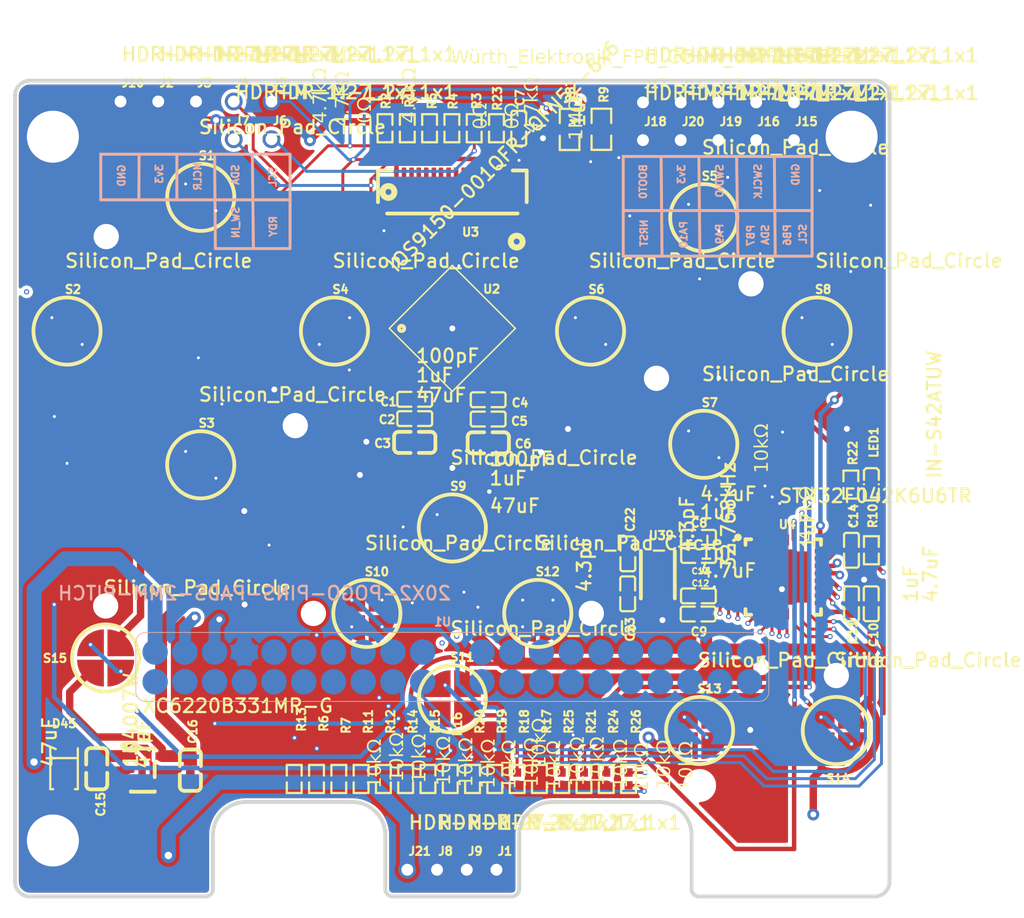
<source format=kicad_pcb>
(kicad_pcb (version 20241229) (generator "pcbnew") (generator_version "9.0")
  (layers (0 "F.Cu" signal "TopLayer") (4 "In1.Cu" signal "Inner1") (6 "In2.Cu" signal "Inner2") (2 "B.Cu" signal "BottomLayer") (13 "F.Paste" user "TopPasteMaskLayer") (15 "B.Paste" user "BottomPasteMaskLayer") (5 "F.SilkS" user "TopSilkLayer") (7 "B.SilkS" user "BottomSilkLayer") (1 "F.Mask" user "TopSolderMaskLayer") (3 "B.Mask" user "BottomSolderMaskLayer") (25 "Edge.Cuts" user "BoardOutLine"))
  (net 1 "")
  (net 2 "U1_20")
  (net 3 "3V3")
  (net 4 "GND")
  (net 5 "MCLR/VPP")
  (net 6 "J7_1")
  (net 7 "RDY")
  (net 8 "SCL")
  (net 9 "SDA")
  (net 10 "USB_DM")
  (net 11 "USB_DP")
  (net 12 "SWCLK")
  (net 13 "NRST")
  (net 14 "PA15")
  (net 15 "PB3")
  (net 16 "PB4")
  (net 17 "PB2_M3")
  (net 18 "PB1_M2")
  (net 19 "PA8_M4")
  (net 20 "PA1_L2")
  (net 21 "PA0_L1")
  (net 22 "PA2_L3")
  (net 23 "PA3_L4")
  (net 24 "PA6_R3")
  (net 25 "PA5_R2")
  (net 26 "PA4_R1")
  (net 27 "PB0_M1")
  (net 28 "PA7_R4")
  (net 29 "PB6_SCL")
  (net 30 "BOOT0_PF11")
  (net 31 "VDD_5V")
  (net 32 "PA9")
  (net 33 "PA10")
  (net 34 "PB7_SDA")
  (net 35 "U4_32")
  (net 36 "TX36")
  (net 37 "R23_2")
  (net 38 "TX38")
  (net 39 "TX37")
  (net 40 "TX35")
  (net 41 "TX34")
  (net 42 "TX33")
  (net 43 "RX25")
  (net 44 "RX12")
  (net 45 "RX24")
  (net 46 "RX11")
  (net 47 "RX23")
  (net 48 "RX10")
  (net 49 "RX22")
  (net 50 "R5_2")
  (net 51 "C6_2")
  (net 52 "C15_2")
  (net 53 "SWDIO")
  (net 54 "C22_2")
  (net 55 "C23_2")
  (net 56 "LED1_2")
  (footprint "Comet_Gamepad_V1-1759924099893 (2):HDR-M-1.27_1X1" (layer "F.Cu") (at 137.26 76.5001)
    (property "Reference" "J5")
    (property "Value" "HDR-M-1.27_1x1")
  )
  (footprint "Comet_Gamepad_V1-1759924099893 (2):SILICON_PAD_CIRCLE" (layer "F.Cu") (at 175.2699 118.83)
    (property "Reference" "S14")
    (property "Value" "Silicon_Pad_Circle")
  )
  (footprint "Comet_Gamepad_V1-1759924099893 (2):R0402" (layer "F.Cu") (at 147.7899 122.09 -90)
    (property "Reference" "R15")
    (property "Value" "10kΩ")
  )
  (footprint "Comet_Gamepad_V1-1759924099893 (2):SILICON_PAD_CIRCLE" (layer "F.Cu") (at 123.5 91.9498)
    (property "Reference" "S2")
    (property "Value" "Silicon_Pad_Circle")
  )
  (footprint "Comet_Gamepad_V1-1759924099893 (2):SILICON_PAD_CIRCLE" (layer "F.Cu") (at 173.9799 91.9498)
    (property "Reference" "S8")
    (property "Value" "Silicon_Pad_Circle")
  )
  (footprint "Comet_Gamepad_V1-1759924099893 (2):Hole_gge8301" (layer "F.Cu") (at 176.2999 78.8701)
    (property "Reference" "Hole_gge8301" (hide yes))
    (property "Value" "Hole_gge8301" (hide yes))
  )
  (footprint "Comet_Gamepad_V1-1759924099893 (2):C0402" (layer "F.Cu") (at 165.9699 110.99)
    (property "Reference" "C9")
    (property "Value" "4.7uF")
  )
  (footprint "Comet_Gamepad_V1-1759924099893 (2):SILICON_PAD_CIRCLE" (layer "F.Cu") (at 149.4299 105.2)
    (property "Reference" "S9")
    (property "Value" "Silicon_Pad_Circle")
  )
  (footprint "Comet_Gamepad_V1-1759924099893 (2):R0402" (layer "F.Cu") (at 159.7899 122.09 -90)
    (property "Reference" "R24")
    (property "Value" "10kΩ")
  )
  (footprint "Comet_Gamepad_V1-1759924099893 (2):IQS9150-001QFR-QFN52-6X6" (layer "F.Cu") (at 149.4299 91.7701 45)
    (property "Reference" "U2")
    (property "Value" "IQS9150-001QFR-QFN52-6x6")
  )
  (footprint "Comet_Gamepad_V1-1759924099893 (2):R0402" (layer "F.Cu") (at 150.8999 78.3001 90)
    (property "Reference" "R3")
    (property "Value" "4.7kΩ")
  )
  (footprint "Comet_Gamepad_V1-1759924099893 (2):R0402" (layer "F.Cu") (at 149.2899 122.09 -90)
    (property "Reference" "R16")
    (property "Value" "10kΩ")
  )
  (footprint "Comet_Gamepad_V1-1759924099893 (2):SILICON_PAD_CIRCLE" (layer "F.Cu") (at 143.68 110.9501)
    (property "Reference" "S10")
    (property "Value" "Silicon_Pad_Circle")
  )
  (footprint "Comet_Gamepad_V1-1759924099893 (2):HDR-M-1.27_1X1" (layer "F.Cu") (at 169.8799 79.1001)
    (property "Reference" "J16")
    (property "Value" "HDR-M-1.27_1x1")
  )
  (footprint "Comet_Gamepad_V1-1759924099893 (2):SILICON_PAD_CIRCLE" (layer "F.Cu") (at 149.4299 116.7)
    (property "Reference" "S11")
    (property "Value" "Silicon_Pad_Circle")
  )
  (footprint "Comet_Gamepad_V1-1759924099893 (2):R0402" (layer "F.Cu") (at 153.7899 122.09 -90)
    (property "Reference" "R18")
    (property "Value" "10kΩ")
  )
  (footprint "Comet_Gamepad_V1-1759924099893 (2):C0402" (layer "F.Cu") (at 165.9899 109.77)
    (property "Reference" "C12")
    (property "Value" "1uF")
  )
  (footprint "Comet_Gamepad_V1-1759924099893 (2):R0402" (layer "F.Cu") (at 156.7899 122.09 -90)
    (property "Reference" "R25")
    (property "Value" "10kΩ")
  )
  (footprint "Comet_Gamepad_V1-1759924099893 (2):C0402" (layer "F.Cu") (at 161.2399 106.9401 -90)
    (property "Reference" "C22")
    (property "Value" "4.3pF")
  )
  (footprint "Comet_Gamepad_V1-1759924099893 (2):R0402" (layer "F.Cu") (at 144.9 78.3001 90)
    (property "Reference" "R2")
    (property "Value" "4.7kΩ")
  )
  (footprint "Comet_Gamepad_V1-1759924099893 (2):R0402" (layer "F.Cu") (at 141.7899 122.09 -90)
    (property "Reference" "R7")
    (property "Value" "10kΩ")
  )
  (footprint "Comet_Gamepad_V1-1759924099893 (2):C0402" (layer "F.Cu") (at 176.2899 106.7 90)
    (property "Reference" "C14")
    (property "Value" "1uF")
  )
  (footprint "Comet_Gamepad_V1-1759924099893 (2):SOD-123FL_L2.7-W1.8-LS3.8-RD" (layer "F.Cu") (at 123.3 121.4 -90)
    (property "Reference" "D45")
    (property "Value" "1N4007W")
  )
  (footprint "Comet_Gamepad_V1-1759924099893 (2):CRYSTAL-SMD_L3.2-W1.5" (layer "F.Cu") (at 163.2599 108.34 -90)
    (property "Reference" "U39")
    (property "Value" "32.768kHz")
  )
  (footprint "Comet_Gamepad_V1-1759924099893 (2):Hole_gge8304" (layer "F.Cu") (at 122.5499 126.2301)
    (property "Reference" "Hole_gge8304" (hide yes))
    (property "Value" "Hole_gge8304" (hide yes))
  )
  (footprint "Comet_Gamepad_V1-1759924099893 (2):HDR-M-1.27_1X1" (layer "F.Cu") (at 164.7999 79.1001)
    (property "Reference" "J20")
    (property "Value" "HDR-M-1.27_1x1")
  )
  (footprint "Comet_Gamepad_V1-1759924099893 (2):R0402" (layer "F.Cu") (at 140.29 122.09 -90)
    (property "Reference" "R6")
    (property "Value" "10kΩ")
  )
  (footprint "Comet_Gamepad_V1-1759924099893 (2):R0402" (layer "F.Cu") (at 146.3999 78.3001 90)
    (property "Reference" "R1")
    (property "Value" "4.7kΩ")
  )
  (footprint "Comet_Gamepad_V1-1759924099893 (2):C0402" (layer "F.Cu") (at 146.8999 96.5401)
    (property "Reference" "C1")
    (property "Value" "100pF")
  )
  (footprint "Comet_Gamepad_V1-1759924099893 (2):SILICON_PAD_CIRCLE" (layer "F.Cu") (at 155.1799 110.9501)
    (property "Reference" "S12")
    (property "Value" "Silicon_Pad_Circle")
  )
  (footprint "Comet_Gamepad_V1-1759924099893 (2):R0402" (layer "F.Cu") (at 152.2899 122.09 -90)
    (property "Reference" "R19")
    (property "Value" "10kΩ")
  )
  (footprint "Comet_Gamepad_V1-1759924099893 (2):SILICON_PAD_CIRCLE" (layer "F.Cu") (at 132.5 82.9506)
    (property "Reference" "S1")
    (property "Value" "Silicon_Pad_Circle")
  )
  (footprint "Comet_Gamepad_V1-1759924099893 (2):HDR-M-1.27_1X1" (layer "F.Cu") (at 162.2599 79.1001)
    (property "Reference" "J18")
    (property "Value" "HDR-M-1.27_1x1")
  )
  (footprint "Comet_Gamepad_V1-1759924099893 (2):HDR-M-1.27_1X1" (layer "F.Cu") (at 150.3999 128.2)
    (property "Reference" "J9")
    (property "Value" "HDR-M-1.27_1x1")
  )
  (footprint "Comet_Gamepad_V1-1759924099893 (2):Hole_gge45867" (layer "F.Cu") (at 140.08 110.95)
    (property "Reference" "Hole_gge45867" (hide yes))
    (property "Value" "Hole_gge45867" (hide yes))
  )
  (footprint "Comet_Gamepad_V1-1759924099893 (2):HDR-M-1.27_1X1" (layer "F.Cu") (at 134.72 79.0401)
    (property "Reference" "J7")
    (property "Value" "HDR-M-1.27_1x1")
  )
  (footprint "Comet_Gamepad_V1-1759924099893 (2):UFQFPN-32_L5.0-W5.0-P0.50-TL-EP3.5" (layer "F.Cu") (at 171.6999 108.5)
    (property "Reference" "U4")
    (property "Value" "STM32F042K6U6TR")
  )
  (footprint "Comet_Gamepad_V1-1759924099893 (2):Hole_gge8307" (layer "F.Cu") (at 122.5499 78.8701)
    (property "Reference" "Hole_gge8307" (hide yes))
    (property "Value" "Hole_gge8307" (hide yes))
  )
  (footprint "Comet_Gamepad_V1-1759924099893 (2):R0603" (layer "F.Cu") (at 159.4599 78.3701 90)
    (property "Reference" "R9")
    (property "Value" "0Ω")
  )
  (footprint "Comet_Gamepad_V1-1759924099893 (2):R0402" (layer "F.Cu") (at 146.2899 122.09 -90)
    (property "Reference" "R14")
    (property "Value" "10kΩ")
  )
  (footprint "Comet_Gamepad_V1-1759924099893 (2):SILICON_PAD_CIRCLE" (layer "F.Cu") (at 166.3499 99.5698)
    (property "Reference" "S7")
    (property "Value" "Silicon_Pad_Circle")
  )
  (footprint "Comet_Gamepad_V1-1759924099893 (2):R0402" (layer "F.Cu") (at 161.2899 122.09 90)
    (property "Reference" "R26")
    (property "Value" "10kΩ")
  )
  (footprint "Comet_Gamepad_V1-1759924099893 (2):SILICON_PAD_CIRCLE" (layer "F.Cu") (at 141.5 91.9498)
    (property "Reference" "S4")
    (property "Value" "Silicon_Pad_Circle")
  )
  (footprint "Comet_Gamepad_V1-1759924099893 (2):HDR-M-1.27_1X1" (layer "F.Cu") (at 134.72 76.5001)
    (property "Reference" "J4")
    (property "Value" "HDR-M-1.27_1x1")
  )
  (footprint "Comet_Gamepad_V1-1759924099893 (2):HDR-M-1.27_1X1" (layer "F.Cu") (at 172.4199 79.1001)
    (property "Reference" "J15")
    (property "Value" "HDR-M-1.27_1x1")
  )
  (footprint "Comet_Gamepad_V1-1759924099893 (2):HDR-M-1.27_1X1" (layer "F.Cu") (at 132.18 76.5001)
    (property "Reference" "J3")
    (property "Value" "HDR-M-1.27_1x1")
  )
  (footprint "Comet_Gamepad_V1-1759924099893 (2):R0402" (layer "F.Cu") (at 177.6299 106.7 90)
    (property "Reference" "R10")
    (property "Value" "4.7kΩ")
  )
  (footprint "Comet_Gamepad_V1-1759924099893 (2):R0402" (layer "F.Cu") (at 138.79 122.09 -90)
    (property "Reference" "R13")
    (property "Value" "10kΩ")
  )
  (footprint "Comet_Gamepad_V1-1759924099893 (2):Hole_gge45822" (layer "F.Cu") (at 138.86 98.3102)
    (property "Reference" "Hole_gge45822" (hide yes))
    (property "Value" "Hole_gge45822" (hide yes))
  )
  (footprint "Comet_Gamepad_V1-1759924099893 (2):C0603" (layer "F.Cu") (at 151.8499 99.4701 180)
    (property "Reference" "C6")
    (property "Value" "47uF")
  )
  (footprint "Comet_Gamepad_V1-1759924099893 (2):C0402" (layer "F.Cu") (at 161.2299 109.6301 90)
    (property "Reference" "C23")
    (property "Value" "4.3pF")
  )
  (footprint "Comet_Gamepad_V1-1759924099893 (2):R0402" (layer "F.Cu") (at 152.3999 78.3001 -90)
    (property "Reference" "R23")
    (property "Value" "1MΩ")
  )
  (footprint "Comet_Gamepad_V1-1759924099893 (2):R0402" (layer "F.Cu") (at 144.7899 122.09 -90)
    (property "Reference" "R12")
    (property "Value" "10kΩ")
  )
  (footprint "Comet_Gamepad_V1-1759924099893 (2):C0402" (layer "F.Cu") (at 177.6199 110.3 -90)
    (property "Reference" "C10")
    (property "Value" "4.7uF")
  )
  (footprint "Comet_Gamepad_V1-1759924099893 (2):HDR-M-1.27_1X1" (layer "F.Cu") (at 169.8799 76.5601)
    (property "Reference" "J13")
    (property "Value" "HDR-M-1.27_1x1")
  )
  (footprint "Comet_Gamepad_V1-1759924099893 (2):C0603" (layer "F.Cu") (at 131.8 121.5 90)
    (property "Reference" "C16")
    (property "Value" "47uF")
  )
  (footprint "Comet_Gamepad_V1-1759924099893 (2):R0402" (layer "F.Cu") (at 155.2899 122.09 -90)
    (property "Reference" "R17")
    (property "Value" "10kΩ")
  )
  (footprint "Comet_Gamepad_V1-1759924099893 (2):C0402" (layer "F.Cu") (at 151.8399 97.8701 180)
    (property "Reference" "C5")
    (property "Value" "1uF")
  )
  (footprint "Comet_Gamepad_V1-1759924099893 (2):HDR-M-1.27_1X1" (layer "F.Cu") (at 127.1 76.5001)
    (property "Reference" "J10")
    (property "Value" "HDR-M-1.27_1x1")
  )
  (footprint "Comet_Gamepad_V1-1759924099893 (2):HDR-M-1.27_1X1" (layer "F.Cu") (at 137.26 79.0401)
    (property "Reference" "J6")
    (property "Value" "HDR-M-1.27_1x1")
  )
  (footprint "Comet_Gamepad_V1-1759924099893 (2):HDR-M-1.27_1X1" (layer "F.Cu") (at 172.4199 76.5601)
    (property "Reference" "J14")
    (property "Value" "HDR-M-1.27_1x1")
  )
  (footprint "Comet_Gamepad_V1-1759924099893 (2):SOT-25_L3.0-W1.6-P0.95-LS2.8-TL" (layer "F.Cu") (at 128.6 121.5)
    (property "Reference" "Q1")
    (property "Value" "XC6220B331MR-G")
  )
  (footprint "Comet_Gamepad_V1-1759924099893 (2):R0402" (layer "F.Cu") (at 147.8999 78.3001 90)
    (property "Reference" "R5")
    (property "Value" "0Ω")
  )
  (footprint "Comet_Gamepad_V1-1759924099893 (2):Hole_gge8298" (layer "F.Cu") (at 176.2999 126.2301)
    (property "Reference" "Hole_gge8298" (hide yes))
    (property "Value" "Hole_gge8298" (hide yes))
  )
  (footprint "Comet_Gamepad_V1-1759924099893 (2):C0402" (layer "F.Cu") (at 176.2899 110.3 -90)
    (property "Reference" "C11")
    (property "Value" "1uF")
  )
  (footprint "Comet_Gamepad_V1-1759924099893 (2):HDR-M-1.27_1X1" (layer "F.Cu") (at 146.3999 128.2)
    (property "Reference" "J21")
    (property "Value" "HDR-M-1.27_1x1")
  )
  (footprint "Comet_Gamepad_V1-1759924099893 (2):SILICON_PAD_CIRCLE" (layer "F.Cu") (at 166.3499 84.3196)
    (property "Reference" "S5")
    (property "Value" "Silicon_Pad_Circle")
  )
  (footprint "Comet_Gamepad_V1-1759924099893 (2):C0402" (layer "F.Cu") (at 146.8999 97.8401)
    (property "Reference" "C2")
    (property "Value" "1uF")
  )
  (footprint "Comet_Gamepad_V1-1759924099893 (2):Hole_gge45852" (layer "F.Cu") (at 163.1698 95.1301)
    (property "Reference" "Hole_gge45852" (hide yes))
    (property "Value" "Hole_gge45852" (hide yes))
  )
  (footprint "Comet_Gamepad_V1-1759924099893 (2):R0402" (layer "F.Cu") (at 150.7899 122.09 -90)
    (property "Reference" "R20")
    (property "Value" "10kΩ")
  )
  (footprint "Comet_Gamepad_V1-1759924099893 (2):SILICON_PAD_CIRCLE" (layer "F.Cu") (at 126.1 113.95)
    (property "Reference" "S15")
    (property "Value" "Silicon_Pad_Circle")
  )
  (footprint "Comet_Gamepad_V1-1759924099893 (2):HDR-M-1.27_1X1" (layer "F.Cu") (at 164.7999 76.5601)
    (property "Reference" "J11")
    (property "Value" "HDR-M-1.27_1x1")
  )
  (footprint "Comet_Gamepad_V1-1759924099893 (2):Hole_gge45897" (layer "F.Cu") (at 175.2699 115.1301)
    (property "Reference" "Hole_gge45897" (hide yes))
    (property "Value" "Hole_gge45897" (hide yes))
  )
  (footprint "Comet_Gamepad_V1-1759924099893 (2):HDR-M-1.27_1X1" (layer "F.Cu") (at 162.2599 76.5601)
    (property "Reference" "J17")
    (property "Value" "HDR-M-1.27_1x1")
  )
  (footprint "Comet_Gamepad_V1-1759924099893 (2):LED0402-RD_WHITE" (layer "F.Cu") (at 177.6299 102.2601 -90)
    (property "Reference" "LED1")
    (property "Value" "IN-S42ATUW")
  )
  (footprint "Comet_Gamepad_V1-1759924099893 (2):R0402" (layer "F.Cu") (at 158.2899 122.09 -90)
    (property "Reference" "R21")
    (property "Value" "10kΩ")
  )
  (footprint "Comet_Gamepad_V1-1759924099893 (2):SILICON_PAD_CIRCLE" (layer "F.Cu") (at 158.7299 91.9498)
    (property "Reference" "S6")
    (property "Value" "Silicon_Pad_Circle")
  )
  (footprint "Comet_Gamepad_V1-1759924099893 (2):Hole_gge46044" (layer "F.Cu") (at 126.1001 117.4501)
    (property "Reference" "Hole_gge46044" (hide yes))
    (property "Value" "Hole_gge46044" (hide yes))
  )
  (footprint "Comet_Gamepad_V1-1759924099893 (2):SILICON_PAD_CIRCLE" (layer "F.Cu") (at 166.0699 118.83)
    (property "Reference" "S13")
    (property "Value" "Silicon_Pad_Circle")
  )
  (footprint "Comet_Gamepad_V1-1759924099893 (2):Hole_gge45882" (layer "F.Cu") (at 158.78 110.95)
    (property "Reference" "Hole_gge45882" (hide yes))
    (property "Value" "Hole_gge45882" (hide yes))
  )
  (footprint "Comet_Gamepad_V1-1759924099893 (2):WÜRTH_ELEKTRONIK_FPC_CONN_687116182122_CONN-SMD_16P-P0.50" (layer "F.Cu") (at 149.4299 82.5901)
    (property "Reference" "U3")
    (property "Value" "Würth_Elektronik_FPC_CONN_687116182122")
  )
  (footprint "Comet_Gamepad_V1-1759924099893 (2):HDR-M-1.27_1X1" (layer "F.Cu") (at 148.3999 128.2)
    (property "Reference" "J8")
    (property "Value" "HDR-M-1.27_1x1")
  )
  (footprint "Comet_Gamepad_V1-1759924099893 (2):R0603" (layer "F.Cu") (at 157.3199 78.3801 90)
    (property "Reference" "R8")
    (property "Value" "0Ω")
  )
  (footprint "Comet_Gamepad_V1-1759924099893 (2):C0402" (layer "F.Cu") (at 165.9999 107.05)
    (property "Reference" "C13")
    (property "Value" "1uF")
  )
  (footprint "Comet_Gamepad_V1-1759924099893 (2):Hole_gge45837" (layer "F.Cu") (at 169.53 88.7702)
    (property "Reference" "Hole_gge45837" (hide yes))
    (property "Value" "Hole_gge45837" (hide yes))
  )
  (footprint "Comet_Gamepad_V1-1759924099893 (2):R0402" (layer "F.Cu") (at 149.3999 78.3001 -90)
    (property "Reference" "R4")
    (property "Value" "4.7kΩ")
  )
  (footprint "Comet_Gamepad_V1-1759924099893 (2):C0402" (layer "F.Cu") (at 165.9999 105.83)
    (property "Reference" "C8")
    (property "Value" "4.7uF")
  )
  (footprint "Comet_Gamepad_V1-1759924099893 (2):C0402" (layer "F.Cu") (at 151.8399 96.5701 180)
    (property "Reference" "C4")
    (property "Value" "100pF")
  )
  (footprint "Comet_Gamepad_V1-1759924099893 (2):SILICON_PAD_CIRCLE" (layer "F.Cu") (at 132.5 100.9501)
    (property "Reference" "S3")
    (property "Value" "Silicon_Pad_Circle")
  )
  (footprint "Comet_Gamepad_V1-1759924099893 (2):R0402" (layer "F.Cu") (at 176.2499 102.2801 90)
    (property "Reference" "R22")
    (property "Value" "10kΩ")
  )
  (footprint "Comet_Gamepad_V1-1759924099893 (2):C0402" (layer "F.Cu") (at 153.8999 78.3001 -90)
    (property "Reference" "C7")
    (property "Value" "1uF")
  )
  (footprint "Comet_Gamepad_V1-1759924099893 (2):HDR-M-1.27_1X1" (layer "F.Cu") (at 152.3999 128.2)
    (property "Reference" "J1")
    (property "Value" "HDR-M-1.27_1x1")
  )
  (footprint "Comet_Gamepad_V1-1759924099893 (2):C0603" (layer "F.Cu") (at 146.8999 99.4401)
    (property "Reference" "C3")
    (property "Value" "47uF")
  )
  (footprint "Comet_Gamepad_V1-1759924099893 (2):C0603" (layer "F.Cu") (at 125.5 121.4 90)
    (property "Reference" "C15")
    (property "Value" "47uF")
  )
  (footprint "Comet_Gamepad_V1-1759924099893 (2):R0402" (layer "F.Cu") (at 143.2899 122.09 -90)
    (property "Reference" "R11")
    (property "Value" "10kΩ")
  )
  (footprint "Comet_Gamepad_V1-1759924099893 (2):HDR-M-1.27_1X1" (layer "F.Cu") (at 167.3399 79.1001)
    (property "Reference" "J19")
    (property "Value" "HDR-M-1.27_1x1")
  )
  (footprint "Comet_Gamepad_V1-1759924099893 (2):Hole_gge46029" (layer "F.Cu") (at 126.1001 110.4501)
    (property "Reference" "Hole_gge46029" (hide yes))
    (property "Value" "Hole_gge46029" (hide yes))
  )
  (footprint "Comet_Gamepad_V1-1759924099893 (2):HDR-M-1.27_1X1" (layer "F.Cu") (at 167.3399 76.5601)
    (property "Reference" "J12")
    (property "Value" "HDR-M-1.27_1x1")
  )
  (footprint "Comet_Gamepad_V1-1759924099893 (2):HDR-M-1.27_1X1" (layer "F.Cu") (at 129.64 76.5001)
    (property "Reference" "J2")
    (property "Value" "HDR-M-1.27_1x1")
  )
  (footprint "Comet_Gamepad_V1-1759924099893 (2):Hole_gge45912" (layer "F.Cu") (at 166.07 122.5301)
    (property "Reference" "Hole_gge45912" (hide yes))
    (property "Value" "Hole_gge45912" (hide yes))
  )
  (footprint "Comet_Gamepad_V1-1759924099893 (2):Hole_gge45780" (layer "F.Cu") (at 126.1399 85.5901)
    (property "Reference" "Hole_gge45780" (hide yes))
    (property "Value" "Hole_gge45780" (hide yes))
  )
  (footprint "Comet_Gamepad_V1-1759924099893 (2):20X2-POGO-PINS-PADS-2MM-PITCH" (layer "B.Cu") (at 149.4299 114.55 180)
    (property "Reference" "U1")
    (property "Value" "20X2-POGO-PINS-PADS-2MM-PITCH")
  )
  (gr_arc (start 167.3692 96.9619) (mid 168.962812 100.590374) (end 165.3319 102.1782) (stroke (width 0.5)) (layer "F.Cu") (net 3))
  (gr_arc (start 157.6824 94.5465) (mid 156.12693 90.916673) (end 159.7482 89.3415) (stroke (width 0.5)) (layer "F.Cu") (net 3))
  (gr_arc (start 130.5109 84.9208) (mid 130.159584 81.413015) (end 133.5182 80.3418) (stroke (width 0.5)) (layer "F.Cu") (net 3))
  (gr_arc (start 175.969 89.9792) (mid 176.320229 93.486866) (end 172.9618 94.5581) (stroke (width 0.5)) (layer "F.Cu") (net 3))
  (gr_arc (start 142.4985 94.5671) (mid 139.554747 93.962857) (end 138.8537 91.0407) (stroke (width 0.33)) (layer "F.Cu") (net 23))
  (gr_arc (start 146.7284 117.4359) (mid 147.765593 114.448613) (end 150.9257 114.3332) (stroke (width 0.3)) (layer "F.Cu") (net 3))
  (gr_arc (start 177.3095 116.9118) (mid 177.600207 120.38236) (end 174.2856 121.4514) (stroke (width 0.5)) (layer "F.Cu") (net 3))
  (gr_circle (center 153.7599 85.9302) (end 153.9598 85.9302) (stroke (width 0.4)) (fill no) (layer "F.SilkS"))
  (gr_line (start 171.1599 86.8801) (end 171.0999 80.2401) (stroke (width 0.2)) (layer "B.SilkS"))
  (gr_line (start 138.502 86.3978) (end 133.482 86.3978) (stroke (width 0.2)) (layer "B.SilkS"))
  (gr_line (start 130.892 83.0778) (end 130.892 80.0678) (stroke (width 0.2)) (layer "B.SilkS"))
  (gr_line (start 160.9499 83.8401) (end 173.6199 83.8401) (stroke (width 0.2)) (layer "B.SilkS"))
  (gr_rect (start 160.9298 80.2) (end 173.6397 86.9099) (stroke (width 0.2)) (fill no) (layer "B.SilkS"))
  (gr_line (start 168.6499 86.8801) (end 168.5599 80.2301) (stroke (width 0.2)) (layer "B.SilkS"))
  (gr_line (start 136.042 86.3978) (end 135.972 80.0778) (stroke (width 0.2)) (layer "B.SilkS"))
  (gr_line (start 163.5399 86.8801) (end 163.4799 80.2301) (stroke (width 0.2)) (layer "B.SilkS"))
  (gr_line (start 128.332 83.0878) (end 128.352 80.0778) (stroke (width 0.2)) (layer "B.SilkS"))
  (gr_line (start 166.09 86.8801) (end 166.0199 80.2301) (stroke (width 0.2)) (layer "B.SilkS"))
  (gr_line (start 133.482 86.3978) (end 133.432 80.0778) (stroke (width 0.2)) (layer "B.SilkS"))
  (gr_rect (start 125.7721 80.0479) (end 138.512 83.118) (stroke (width 0.2)) (fill no) (layer "B.SilkS"))
  (gr_line (start 138.5099 86.3901) (end 138.5101 83.1202) (stroke (width 0.2)) (layer "B.SilkS"))
  (gr_line (start 153.93 129.5001) (end 153.9301 129.5001) (stroke (width 0.254)) (layer "Edge.Cuts"))
  (gr_line (start 120.99993 130.0001) (end 132.8201 130.0001) (stroke (width 0.254)) (layer "Edge.Cuts"))
  (gr_arc (start 142.69 123.6401) (mid 144.266848 124.293252) (end 144.92 125.8701) (stroke (width 0.254)) (layer "Edge.Cuts"))
  (gr_line (start 120.0001 129.00027) (end 120.0001 76.10027) (stroke (width 0.254)) (layer "Edge.Cuts"))
  (gr_arc (start 166.029896 130) (mid 165.676347 129.853553) (end 165.5299 129.5) (stroke (width 0.254)) (layer "Edge.Cuts"))
  (gr_arc (start 145.42 130.0001) (mid 145.066447 129.853653) (end 144.9201 129.490101) (stroke (width 0.254)) (layer "Edge.Cuts"))
  (gr_line (start 135.5501 123.6401) (end 142.69 123.6401) (stroke (width 0.254)) (layer "Edge.Cuts"))
  (gr_line (start 133.3201 129.5001) (end 133.3201 125.8701) (stroke (width 0.254)) (layer "Edge.Cuts"))
  (gr_line (start 153.9301 129.5001) (end 153.9301 125.848882) (stroke (width 0.254)) (layer "Edge.Cuts"))
  (gr_line (start 166.029896 130) (end 177.849892 130.0001) (stroke (width 0.254)) (layer "Edge.Cuts"))
  (gr_arc (start 153.9301 125.848882) (mid 154.583117 124.293187) (end 156.181087 123.6401) (stroke (width 0.254)) (layer "Edge.Cuts"))
  (gr_line (start 153.43 130.0001) (end 145.42 130.0001) (stroke (width 0.254)) (layer "Edge.Cuts"))
  (gr_arc (start 133.3201 129.5001) (mid 133.173653 129.853653) (end 132.8201 130.0001) (stroke (width 0.254)) (layer "Edge.Cuts"))
  (gr_line (start 144.92 125.8701) (end 144.9201 125.8701) (stroke (width 0.254)) (layer "Edge.Cuts"))
  (gr_arc (start 177.8499 75.1002) (mid 178.557007 75.393093) (end 178.8499 76.1002) (stroke (width 0.254)) (layer "Edge.Cuts"))
  (gr_arc (start 120.99993 130.0001) (mid 120.292893 129.707207) (end 120.0001 129.00027) (stroke (width 0.254)) (layer "Edge.Cuts"))
  (gr_arc (start 178.8499 129.0001) (mid 178.557007 129.707207) (end 177.849892 130.0001) (stroke (width 0.254)) (layer "Edge.Cuts"))
  (gr_line (start 121.00017 75.1002) (end 177.8499 75.1002) (stroke (width 0.254)) (layer "Edge.Cuts"))
  (gr_line (start 178.8499 76.1002) (end 178.8499 129.0001) (stroke (width 0.254)) (layer "Edge.Cuts"))
  (gr_arc (start 120.0001 76.10027) (mid 120.292964 75.393164) (end 121.00017 75.1002) (stroke (width 0.254)) (layer "Edge.Cuts"))
  (gr_line (start 165.5299 129.5) (end 165.5299 125.87) (stroke (width 0.254)) (layer "Edge.Cuts"))
  (gr_arc (start 133.3201 125.8701) (mid 133.973252 124.293252) (end 135.5501 123.6401) (stroke (width 0.254)) (layer "Edge.Cuts"))
  (gr_line (start 156.181087 123.6401) (end 163.299869 123.64) (stroke (width 0.254)) (layer "Edge.Cuts"))
  (gr_arc (start 163.299869 123.64) (mid 164.876748 124.293152) (end 165.5299 125.87) (stroke (width 0.254)) (layer "Edge.Cuts"))
  (gr_line (start 144.9201 129.490101) (end 144.9201 125.8701) (stroke (width 0.254)) (layer "Edge.Cuts"))
  (gr_arc (start 153.93 129.5001) (mid 153.783589 129.853618) (end 153.43 130.0001) (stroke (width 0.254)) (layer "Edge.Cuts"))
  (gr_text "SW_IN" (at 134.572 83.5078 90) (layer "B.SilkS") (effects (font (size 0.48 0.48) (thickness 0.12)) (justify left top mirror)))
  (gr_text "SDA" (at 170.21 84.71 90) (layer "B.SilkS") (effects (font (size 0.48 0.48) (thickness 0.12)) (justify left top mirror)))
  (gr_text "BOOT0" (at 161.9898 80.66 90) (layer "B.SilkS") (effects (font (size 0.48 0.48) (thickness 0.12)) (justify left top mirror)))
  (gr_text "SCL" (at 137.062 80.8378 90) (layer "B.SilkS") (effects (font (size 0.48 0.48) (thickness 0.12)) (justify left top mirror)))
  (gr_text "MCLR" (at 132.0122 80.4979 90) (layer "B.SilkS") (effects (font (size 0.48 0.48) (thickness 0.12)) (justify left top mirror)))
  (gr_text "GND" (at 126.8921 80.6778 90) (layer "B.SilkS") (effects (font (size 0.48 0.48) (thickness 0.12)) (justify left top mirror)))
  (gr_text "PB6" (at 171.6898 84.7001 90) (layer "B.SilkS") (effects (font (size 0.48 0.48) (thickness 0.12)) (justify left top mirror)))
  (gr_text "SWDIO" (at 167.1399 80.6501 90) (layer "B.SilkS") (effects (font (size 0.48 0.48) (thickness 0.12)) (justify left top mirror)))
  (gr_text "SDA" (at 134.552 80.6679 90) (layer "B.SilkS") (effects (font (size 0.48 0.48) (thickness 0.12)) (justify left top mirror)))
  (gr_text "SWCLK" (at 169.7198 80.6201 90) (layer "B.SilkS") (effects (font (size 0.48 0.48) (thickness 0.12)) (justify left top mirror)))
  (gr_text "NRST" (at 162.05 84.3702 90) (layer "B.SilkS") (effects (font (size 0.48 0.48) (thickness 0.12)) (justify left top mirror)))
  (gr_text "3v3" (at 164.5699 80.6801 90) (layer "B.SilkS") (effects (font (size 0.48 0.48) (thickness 0.12)) (justify left top mirror)))
  (gr_text "SCL" (at 172.7399 84.6701 90) (layer "B.SilkS") (effects (font (size 0.48 0.48) (thickness 0.12)) (justify left top mirror)))
  (gr_text "RDY" (at 137.092 84.1378 90) (layer "B.SilkS") (effects (font (size 0.48 0.48) (thickness 0.12)) (justify left top mirror)))
  (gr_text "GND" (at 172.2499 80.6102 90) (layer "B.SilkS") (effects (font (size 0.48 0.48) (thickness 0.12)) (justify left top mirror)))
  (gr_text "PA10" (at 164.7099 84.4802 90) (layer "B.SilkS") (effects (font (size 0.48 0.48) (thickness 0.12)) (justify left top mirror)))
  (gr_text "PB7" (at 169.2298 84.7301 90) (layer "B.SilkS") (effects (font (size 0.48 0.48) (thickness 0.12)) (justify left top mirror)))
  (gr_text "3v3" (at 129.4321 80.6577 90) (layer "B.SilkS") (effects (font (size 0.48 0.48) (thickness 0.12)) (justify left top mirror)))
  (gr_text "PA9" (at 167.1399 84.66 90) (layer "B.SilkS") (effects (font (size 0.48 0.48) (thickness 0.12)) (justify left top mirror)))
  (segment (start 161.9427 122.5228) (end 161.29 122.5228) (width 0.2) (layer "F.Cu") (net 2))
  (segment (start 162.3399 122.92) (end 161.9427 122.5228) (width 0.2) (layer "F.Cu") (net 2))
  (via (at 162.34 122.92) (size 0.35) (drill 0.2) (layers "F.Cu" "B.Cu") (net 2))
  (segment (start 147.43 115.55) (end 147.43 116.5601) (width 0.2) (layer "B.Cu") (net 2))
  (segment (start 147.43 116.5601) (end 151.4899 120.62) (width 0.2) (layer "B.Cu") (net 2))
  (segment (start 151.4909 120.6198) (end 153.7896 122.921) (width 0.2) (layer "B.Cu") (net 2))
  (segment (start 153.7896 122.921) (end 162.3393 122.921) (width 0.2) (layer "B.Cu") (net 2))
  (segment (start 168.6213 117.9312) (end 169.4799 118.7898) (width 0.5) (layer "F.Cu") (net 3))
  (segment (start 124.5202 91.0509) (end 125.1071 90.464) (width 0.5) (layer "F.Cu") (net 3))
  (segment (start 128.37 101.8825) (end 128.4036 101.8489) (width 0.8) (layer "F.Cu") (net 3))
  (segment (start 127.1201 113.0511) (end 127.1201 112.4399) (width 0.5) (layer "F.Cu") (net 3))
  (segment (start 164.8005 76.599) (end 163.5305 77.869) (width 0.8) (layer "F.Cu") (net 3))
  (segment (start 147.4451 97.8402) (end 147.6001 97.9951) (width 0.8) (layer "F.Cu") (net 3))
  (segment (start 174.2498 121.4156) (end 174.2498 119.729) (width 0.5) (layer "F.Cu") (net 3))
  (segment (start 151.91 102.76) (end 151.91 102.76) (width 0.3) (layer "F.Cu") (net 3))
  (segment (start 131.811 119.7816) (end 129.8298 117.8004) (width 0.8) (layer "F.Cu") (net 3))
  (segment (start 165.4999 114.33) (end 166.515 113.3149) (width 0.8) (layer "F.Cu") (net 3))
  (segment (start 128.37 105.6101) (end 131.3143 108.5544) (width 0.8) (layer "F.Cu") (net 3))
  (segment (start 173.7199 122.0171) (end 173.7199 124.48) (width 0.5) (layer "F.Cu") (net 3))
  (segment (start 125.9392 99.2893) (end 128.37 99.2893) (width 0.5) (layer "F.Cu") (net 3))
  (segment (start 167.0901 117.9312) (end 168.6213 117.9312) (width 0.5) (layer "F.Cu") (net 3))
  (segment (start 160.4292 103.1903) (end 157.2135 99.9747) (width 0.5) (layer "F.Cu") (net 3))
  (segment (start 161.29 121.6572) (end 162.3899 121.6572) (width 0.2) (layer "F.Cu") (net 3))
  (segment (start 147.4451 96.5402) (end 147.4451 97.8402) (width 0.8) (layer "F.Cu") (net 3))
  (segment (start 131.811 120.8001) (end 131.811 119.7816) (width 0.8) (layer "F.Cu") (net 3))
  (segment (start 169.21 108.7504) (end 168.6207 108.7504) (width 0.3) (layer "F.Cu") (net 3))
  (segment (start 175.969 89.9792) (end 174.9999 90.9483) (width 0.5) (layer "F.Cu") (net 3))
  (segment (start 123.6805 116.2484) (end 125.08 114.8489) (width 0.5) (layer "F.Cu") (net 3))
  (segment (start 166.337 81.4372) (end 163.5599 81.4372) (width 0.5) (layer "F.Cu") (net 3))
  (segment (start 166.5353 109.7689) (end 166.515 110.9906) (width 0.5) (layer "F.Cu") (net 3))
  (segment (start 133.5202 77.7601) (end 133.5202 82.0517) (width 0.5) (layer "F.Cu") (net 3))
  (segment (start 143.2104 101.6307) (end 146.8707 101.6307) (width 0.8) (layer "F.Cu") (net 3))
  (segment (start 148.3641 106.1447) (end 144.7446 106.1447) (width 0.3) (layer "F.Cu") (net 3))
  (segment (start 159.7485 89.3422) (end 159.751 91.0516) (width 0.5) (layer "F.Cu") (net 3))
  (segment (start 163.6098 91.36) (end 163.5599 91.36) (width 0.5) (layer "F.Cu") (net 3))
  (segment (start 144.9 77.8674) (end 146.3999 77.8674) (width 0.5) (layer "F.Cu") (net 3))
  (segment (start 125.1071 90.464) (end 128.37 90.464) (width 0.5) (layer "F.Cu") (net 3))
  (segment (start 129.8298 111.6688) (end 139.8704 101.6307) (width 0.8) (layer "F.Cu") (net 3))
  (segment (start 172.9615 94.5594) (end 172.959 92.85) (width 0.5) (layer "F.Cu") (net 3))
  (segment (start 122.54 92.9086) (end 122.54 95.8901) (width 0.5) (layer "F.Cu") (net 3))
  (segment (start 130.5109 84.9208) (end 131.48 83.9517) (width 0.5) (layer "F.Cu") (net 3))
  (segment (start 145.8902 93.612) (end 145.8902 94.219) (width 0.2) (layer "F.Cu") (net 3))
  (segment (start 149.4005 77.8665) (end 148.4023 76.8708) (width 0.5) (layer "F.Cu") (net 3))
  (segment (start 125.4305 119.271) (end 123.6805 117.521) (width 0.5) (layer "F.Cu") (net 3))
  (segment (start 128.45 111.11) (end 128.45 105.8938) (width 0.5) (layer "F.Cu") (net 3))
  (segment (start 169.1998 105.1309) (end 167.2592 103.1903) (width 0.5) (layer "F.Cu") (net 3))
  (segment (start 129.1288 119.271) (end 125.4305 119.271) (width 0.5) (layer "F.Cu") (net 3))
  (segment (start 131.3143 108.5544) (end 132.9286 108.5624) (width 0.8) (layer "F.Cu") (net 3))
  (segment (start 132.4727 96.6628) (end 128.37 96.6628) (width 0.5) (layer "F.Cu") (net 3))
  (segment (start 174.1899 110.2502) (end 174.7848 110.8451) (width 0.3) (layer "F.Cu") (net 3))
  (segment (start 167.3598 95.1101) (end 167.37 95.1202) (width 0.5) (layer "F.Cu") (net 3))
  (segment (start 129.6398 76.5002) (end 128.37 77.7701) (width 0.8) (layer "F.Cu") (net 3))
  (segment (start 167.5996 109.7689) (end 166.5353 109.7689) (width 0.3) (layer "F.Cu") (net 3))
  (segment (start 177.6199 110.8451) (end 176.29 110.8451) (width 0.8) (layer "F.Cu") (net 3))
  (segment (start 167.3599 95.1101) (end 163.6098 91.36) (width 0.5) (layer "F.Cu") (net 3))
  (segment (start 174.7848 110.8451) (end 176.29 110.8451) (width 0.3) (layer "F.Cu") (net 3))
  (segment (start 127.1201 112.4399) (end 128.45 111.11) (width 0.5) (layer "F.Cu") (net 3))
  (segment (start 162.6299 119.2898) (end 163.0691 119.729) (width 0.5) (layer "F.Cu") (net 3))
  (segment (start 169.21 106.5812) (end 169.1998 105.1309) (width 0.5) (layer "F.Cu") (net 3))
  (segment (start 166.515 113.3149) (end 166.515 110.9902) (width 0.8) (layer "F.Cu") (net 3))
  (segment (start 146.8915 117.599) (end 148.4099 117.599) (width 0.3) (layer "F.Cu") (net 3))
  (segment (start 128.37 77.7701) (end 128.37 105.6101) (width 0.8) (layer "F.Cu") (net 3))
  (segment (start 150.45 104.301) (end 150.45 104.2201) (width 0.3) (layer "F.Cu") (net 3))
  (segment (start 167.37 83.4207) (end 167.37 82.4702) (width 0.5) (layer "F.Cu") (net 3))
  (segment (start 152.9311 114.3307) (end 150.4495 114.3307) (width 0.3) (layer "F.Cu") (net 3))
  (segment (start 157.7088 92.85) (end 157.7165 98.0316) (width 0.5) (layer "F.Cu") (net 3))
  (segment (start 164.8005 76.5609) (end 164.8005 76.599) (width 0.8) (layer "F.Cu") (net 3))
  (segment (start 165.3314 102.1794) (end 165.3288 100.47) (width 0.5) (layer "F.Cu") (net 3))
  (segment (start 145.8902 94.219) (end 147.4447 95.776) (width 0.2) (layer "F.Cu") (net 3))
  (segment (start 150.8999 77.8674) (end 149.3999 77.8672) (width 0.5) (layer "F.Cu") (net 3))
  (segment (start 132.4727 96.6628) (end 133.2555 95.88) (width 0.5) (layer "F.Cu") (net 3))
  (segment (start 131.7999 120.7999) (end 131.5499 120.55) (width 0.8) (layer "F.Cu") (net 3))
  (segment (start 148.4099 106.0989) (end 148.3641 106.1447) (width 0.3) (layer "F.Cu") (net 3))
  (segment (start 177.6199 110.8451) (end 177.6199 116.6012) (width 0.5) (layer "F.Cu") (net 3))
  (segment (start 147.3964 76.8708) (end 146.4008 77.8665) (width 0.5) (layer "F.Cu") (net 3))
  (segment (start 129.9009 120.5487) (end 129.9009 120.0407) (width 0.5) (layer "F.Cu") (net 3))
  (segment (start 166.545 105.8301) (end 166.545 107.0501) (width 0.5) (layer "F.Cu") (net 3))
  (segment (start 129.8298 117.8004) (end 129.8298 111.6688) (width 0.8) (layer "F.Cu") (net 3))
  (segment (start 143.2104 101.6307) (end 143.84 102.2603) (width 0.8) (layer "F.Cu") (net 3))
  (segment (start 151.9199 102.7501) (end 151.91 102.76) (width 0.3) (layer "F.Cu") (net 3))
  (segment (start 146.4592 93.043) (end 145.8902 93.612) (width 0.2) (layer "F.Cu") (net 3))
  (segment (start 150.45 104.2201) (end 151.9199 102.7501) (width 0.3) (layer "F.Cu") (net 3))
  (segment (start 147.4447 95.776) (end 147.4447 96.5406) (width 0.2) (layer "F.Cu") (net 3))
  (segment (start 131.5499 120.55) (end 129.9 120.55) (width 0.8) (layer "F.Cu") (net 3))
  (segment (start 168.6207 108.7504) (end 167.5996 109.7689) (width 0.3) (layer "F.Cu") (net 3))
  (segment (start 167.37 82.4702) (end 166.337 81.4372) (width 0.5) (layer "F.Cu") (net 3))
  (segment (start 130.8897 77.7502) (end 133.5301 77.7502) (width 0.5) (layer "F.Cu") (net 3))
  (segment (start 143.84 105.2401) (end 152.9299 114.33) (width 0.8) (layer "F.Cu") (net 3))
  (segment (start 133.5202 100.0511) (end 133.5202 97.7103) (width 0.5) (layer "F.Cu") (net 3))
  (segment (start 174.9999 90.9483) (end 174.9999 91.0509) (width 0.5) (layer "F.Cu") (net 3))
  (segment (start 166.8449 106.7501) (end 166.545 107.0501) (width 0.3) (layer "F.Cu") (net 3))
  (segment (start 139.8704 101.6307) (end 143.2104 101.6307) (width 0.8) (layer "F.Cu") (net 3))
  (segment (start 129.6398 76.5003) (end 130.8897 77.7502) (width 0.5) (layer "F.Cu") (net 3))
  (segment (start 123.6805 117.521) (end 123.6805 116.2484) (width 0.5) (layer "F.Cu") (net 3))
  (segment (start 133.2555 95.88) (end 137.4485 95.88) (width 0.5) (layer "F.Cu") (net 3))
  (segment (start 174.2856 121.4514) (end 173.7199 122.0171) (width 0.5) (layer "F.Cu") (net 3))
  (segment (start 177.6199 116.6012) (end 176.29 117.9312) (width 0.5) (layer "F.Cu") (net 3))
  (segment (start 166.515 113.3149) (end 166.5775 113.3774) (width 0.8) (layer "F.Cu") (net 3))
  (segment (start 147.5692 100.9297) (end 147.5692 99.4413) (width 0.8) (layer "F.Cu") (net 3))
  (segment (start 146.8707 101.6307) (end 147.5692 100.9297) (width 0.8) (layer "F.Cu") (net 3))
  (segment (start 141.0927 77.8674) (end 144.9 77.8674) (width 0.5) (layer "F.Cu") (net 3))
  (segment (start 143.84 102.2603) (end 143.84 105.2401) (width 0.8) (layer "F.Cu") (net 3))
  (segment (start 139.85 79.1101) (end 141.0927 77.8674) (width 0.5) (layer "F.Cu") (net 3))
  (segment (start 131.48 83.9517) (end 131.48 83.8495) (width 0.5) (layer "F.Cu") (net 3))
  (segment (start 146.7284 117.4359) (end 146.8915 117.599) (width 0.3) (layer "F.Cu") (net 3))
  (segment (start 157.2135 99.9747) (end 157.2135 98.537) (width 0.5) (layer "F.Cu") (net 3))
  (segment (start 167.2592 103.1903) (end 160.4292 103.1903) (width 0.5) (layer "F.Cu") (net 3))
  (segment (start 122.54 95.8901) (end 125.9392 99.2893) (width 0.5) (layer "F.Cu") (net 3))
  (segment (start 147.6001 97.9951) (end 147.6001 99.4401) (width 0.8) (layer "F.Cu") (net 3))
  (segment (start 167.37 95.1202) (end 167.37 98.6709) (width 0.5) (layer "F.Cu") (net 3))
  (segment (start 133.5202 97.7103) (end 132.4727 96.6628) (width 0.5) (layer "F.Cu") (net 3))
  (segment (start 154.1605 111.8492) (end 154.1706 114.3307) (width 0.3) (layer "F.Cu") (net 3))
  (segment (start 128.4036 101.8489) (end 131.48 101.8489) (width 0.8) (layer "F.Cu") (net 3))
  (segment (start 169.21 106.7501) (end 166.8449 106.7501) (width 0.3) (layer "F.Cu") (net 3))
  (segment (start 129.9009 120.0407) (end 129.1288 119.271) (width 0.5) (layer "F.Cu") (net 3))
  (segment (start 133.5301 77.7502) (end 133.5202 77.7601) (width 0.5) (layer "F.Cu") (net 3))
  (segment (start 144.699 110.0508) (end 144.6913 106.091) (width 0.3) (layer "F.Cu") (net 3))
  (segment (start 148.4023 76.8708) (end 147.3964 76.8708) (width 0.5) (layer "F.Cu") (net 3))
  (segment (start 174.2856 121.4514) (end 174.2498 121.4156) (width 0.5) (layer "F.Cu") (net 3))
  (segment (start 163.5305 77.869) (end 163.5305 92.22) (width 0.8) (layer "F.Cu") (net 3))
  (segment (start 152.9299 114.33) (end 165.4999 114.33) (width 0.8) (layer "F.Cu") (net 3))
  (segment (start 165.3288 85.2198) (end 163.561 85.2173) (width 0.5) (layer "F.Cu") (net 3))
  (segment (start 150.4495 114.3307) (end 150.4495 115.8014) (width 0.3) (layer "F.Cu") (net 3))
  (segment (start 166.5775 113.3774) (end 177.6199 113.3807) (width 0.8) (layer "F.Cu") (net 3))
  (segment (start 163.0691 119.729) (end 165.0499 119.729) (width 0.5) (layer "F.Cu") (net 3))
  (segment (start 163.5305 92.22) (end 157.2135 98.537) (width 0.8) (layer "F.Cu") (net 3))
  (segment (start 122.4801 92.8487) (end 122.54 92.9086) (width 0.5) (layer "F.Cu") (net 3))
  (via (at 151.9199 102.7501) (size 0.6) (drill 0.3) (layers "F.Cu" "B.Cu") (net 3))
  (via (at 169.48 118.7897) (size 0.8) (drill 0.4) (layers "F.Cu" "B.Cu") (net 3))
  (via (at 173.7197 124.4798) (size 0.8) (drill 0.4) (layers "F.Cu" "B.Cu") (net 3))
  (via (at 137.4485 95.8799) (size 0.8) (drill 0.4) (layers "F.Cu" "B.Cu") (net 3))
  (via (at 140.48 92.8487) (size 0.35) (drill 0.2) (layers "F.Cu" "B.Cu") (net 3))
  (via (at 142.6598 111.8489) (size 0.35) (drill 0.2) (layers "F.Cu" "B.Cu") (net 3))
  (via (at 133.5301 77.7502) (size 0.8) (drill 0.4) (layers "F.Cu" "B.Cu") (net 3))
  (via (at 144.699 110.0508) (size 0.35) (drill 0.2) (layers "F.Cu" "B.Cu") (net 3))
  (via (at 173.4167 94.6925) (size 0.6) (drill 0.3) (layers "F.Cu" "B.Cu") (net 3))
  (via (at 162.6298 119.2898) (size 0.8) (drill 0.4) (layers "F.Cu" "B.Cu") (net 3))
  (via (at 157.2138 98.536) (size 0.8) (drill 0.4) (layers "F.Cu" "B.Cu") (net 3))
  (via (at 167.3598 95.1101) (size 0.6) (drill 0.3) (layers "F.Cu" "B.Cu") (net 3))
  (via (at 139.8501 79.1101) (size 0.8) (drill 0.4) (layers "F.Cu" "B.Cu") (net 3))
  (via (at 143.2105 101.6307) (size 0.8) (drill 0.4) (layers "F.Cu" "B.Cu") (net 3))
  (via (at 162.3898 121.6571) (size 0.35) (drill 0.2) (layers "F.Cu" "B.Cu") (net 3))
  (via (at 142.5201 91.0509) (size 0.35) (drill 0.2) (layers "F.Cu" "B.Cu") (net 3))
  (via (at 156.2001 110.0511) (size 0.35) (drill 0.2) (layers "F.Cu" "B.Cu") (net 3))
  (via (at 154.16 111.8489) (size 0.35) (drill 0.2) (layers "F.Cu" "B.Cu") (net 3))
  (segment (start 143.2105 101.6307) (end 143.2105 102.2099) (width 0.8) (layer "B.Cu") (net 3))
  (segment (start 140.7223 92.8487) (end 140.48 92.8487) (width 0.5) (layer "B.Cu") (net 3))
  (segment (start 137.4486 95.8801) (end 137.39 95.8801) (width 0.5) (layer "B.Cu") (net 3))
  (segment (start 138.4902 77.7502) (end 139.8501 79.1101) (width 0.5) (layer "B.Cu") (net 3))
  (segment (start 143.7693 102.7712) (end 155.2908 102.7712) (width 0.8) (layer "B.Cu") (net 3))
  (segment (start 143.2105 102.2099) (end 143.7693 102.7712) (width 0.8) (layer "B.Cu") (net 3))
  (segment (start 142.5201 91.0509) (end 140.7223 92.8487) (width 0.5) (layer "B.Cu") (net 3))
  (segment (start 133.5301 77.7502) (end 138.4902 77.7502) (width 0.5) (layer "B.Cu") (net 3))
  (segment (start 157.211 100.851) (end 157.2135 98.537) (width 0.8) (layer "B.Cu") (net 3))
  (segment (start 155.2908 102.7712) (end 157.211 100.851) (width 0.8) (layer "B.Cu") (net 3))
  (segment (start 140.48 92.8487) (end 137.4486 95.8801) (width 0.5) (layer "B.Cu") (net 3))
  (segment (start 152.3851 97.87) (end 152.3851 96.5699) (width 0.8) (layer "F.Cu") (net 4))
  (segment (start 175.9798 98.5298) (end 176.2498 98.7998) (width 0.5) (layer "F.Cu") (net 4))
  (segment (start 163.5696 111.3998) (end 162.4546 111.3998) (width 0.8) (layer "F.Cu") (net 4))
  (segment (start 146.1773 92.7601) (end 147.1673 91.7701) (width 0.2) (layer "F.Cu") (net 4))
  (segment (start 177.6299 101.7219) (end 177.5046 101.8473) (width 0.5) (layer "F.Cu") (net 4))
  (segment (start 131.8008 122.6594) (end 131.8008 122.1997) (width 0.8) (layer "F.Cu") (net 4))
  (segment (start 176.2889 107.2441) (end 176.2889 107.8288) (width 0.5) (layer "F.Cu") (net 4))
  (segment (start 143.642 99.4001) (end 143.6821 99.4402) (width 0.8) (layer "F.Cu") (net 4))
  (segment (start 125.4991 122.6213) (end 127.0002 124.1199) (width 0.8) (layer "F.Cu") (net 4))
  (segment (start 161.24 106.395) (end 161.2127 106.3677) (width 0.8) (layer "F.Cu") (net 4))
  (segment (start 130.3403 124.1199) (end 131.8008 122.6594) (width 0.8) (layer "F.Cu") (net 4))
  (segment (start 146.3549 97.8402) (end 146.2 97.9951) (width 0.8) (layer "F.Cu") (net 4))
  (segment (start 140.0899 99.4001) (end 143.642 99.4001) (width 0.8) (layer "F.Cu") (net 4))
  (segment (start 132.123 122.5228) (end 159.7899 122.5228) (width 0.6) (layer "F.Cu") (net 4))
  (segment (start 152.3851 99.3051) (end 152.3851 97.87) (width 0.8) (layer "F.Cu") (net 4))
  (segment (start 134.11 122.2) (end 131.7999 122.2) (width 0.8) (layer "F.Cu") (net 4))
  (segment (start 147.1673 91.7701) (end 149.43 91.7701) (width 0.2) (layer "F.Cu") (net 4))
  (segment (start 126.1 121.5) (end 125.5 122.1) (width 0.5) (layer "F.Cu") (net 4))
  (segment (start 153.8988 77.7547) (end 154.7243 77.7547) (width 0.8) (layer "F.Cu") (net 4))
  (segment (start 125.4991 122.1006) (end 125.4991 122.6213) (width 0.8) (layer "F.Cu") (net 4))
  (segment (start 165.4457 109.7689) (end 165.4254 110.9906) (width 0.5) (layer "F.Cu") (net 4))
  (segment (start 177.5046 101.8473) (end 176.2498 101.8473) (width 0.5) (layer "F.Cu") (net 4))
  (segment (start 165.4548 105.8301) (end 165.4548 107.0501) (width 0.5) (layer "F.Cu") (net 4))
  (segment (start 177.6199 109.7549) (end 176.29 109.7549) (width 0.8) (layer "F.Cu") (net 4))
  (segment (start 152.4 77.8674) (end 152.5124 77.7549) (width 0.5) (layer "F.Cu") (net 4))
  (segment (start 151.91 101.171) (end 152.5501 100.5309) (width 0.8) (layer "F.Cu") (net 4))
  (segment (start 135.4501 110.3501) (end 135.4501 120.8599) (width 0.8) (layer "F.Cu") (net 4))
  (segment (start 154.7243 77.7547) (end 155.5295 78.5599) (width 0.8) (layer "F.Cu") (net 4))
  (segment (start 135.43 104.06) (end 140.0899 99.4001) (width 0.8) (layer "F.Cu") (net 4))
  (segment (start 152.5501 100.5309) (end 152.5501 99.4692) (width 0.8) (layer "F.Cu") (net 4))
  (segment (start 135.4501 120.8599) (end 134.11 122.2) (width 0.8) (layer "F.Cu") (net 4))
  (segment (start 155.5295 78.5599) (end 155.5295 78.9689) (width 0.8) (layer "F.Cu") (net 4))
  (segment (start 152.5498 99.47) (end 158.0299 105) (width 0.8) (layer "F.Cu") (net 4))
  (segment (start 161.2394 105.8294) (end 162.1792 104.8896) (width 0.5) (layer "F.Cu") (net 4))
  (segment (start 165.0152 111.3998) (end 163.5696 111.3998) (width 0.5) (layer "F.Cu") (net 4))
  (segment (start 161.2127 106.3677) (end 158.0492 106.3677) (width 0.8) (layer "F.Cu") (net 4))
  (segment (start 145.25 93.7301) (end 146.1773 92.8027) (width 0.2) (layer "F.Cu") (net 4))
  (segment (start 145.25 95.4352) (end 145.25 93.7301) (width 0.2) (layer "F.Cu") (net 4))
  (segment (start 146.3549 96.5402) (end 145.25 95.4352) (width 0.2) (layer "F.Cu") (net 4))
  (segment (start 176.2889 107.8288) (end 177.1398 108.6797) (width 0.5) (layer "F.Cu") (net 4))
  (segment (start 165.4248 110.9902) (end 165.0152 111.3998) (width 0.5) (layer "F.Cu") (net 4))
  (segment (start 177.1398 108.6797) (end 177.6199 109.1598) (width 0.5) (layer "F.Cu") (net 4))
  (segment (start 152.4 128.2002) (end 152.4099 122.83) (width 0.8) (layer "F.Cu") (net 4))
  (segment (start 158.0492 107.7598) (end 160.4647 110.1753) (width 0.8) (layer "F.Cu") (net 4))
  (segment (start 164.516 104.8896) (end 165.4558 105.8294) (width 0.5) (layer "F.Cu") (net 4))
  (segment (start 162.1792 104.8896) (end 164.516 104.8896) (width 0.5) (layer "F.Cu") (net 4))
  (segment (start 158.0299 105) (end 158.0492 107.7598) (width 0.8) (layer "F.Cu") (net 4))
  (segment (start 176.2498 98.7998) (end 176.2498 101.8473) (width 0.5) (layer "F.Cu") (net 4))
  (segment (start 146.1773 92.8027) (end 146.1773 92.7601) (width 0.2) (layer "F.Cu") (net 4))
  (segment (start 161.2394 106.3958) (end 161.2394 105.8294) (width 0.5) (layer "F.Cu") (net 4))
  (segment (start 162.4546 111.3998) (end 161.2299 110.1751) (width 0.8) (layer "F.Cu") (net 4))
  (segment (start 131.8001 122.1999) (end 132.123 122.5228) (width 0.6) (layer "F.Cu") (net 4))
  (segment (start 146.2 97.9951) (end 146.2 99.4401) (width 0.8) (layer "F.Cu") (net 4))
  (segment (start 149.431 101.1608) (end 151.91 101.171) (width 0.8) (layer "F.Cu") (net 4))
  (segment (start 152.5124 77.7549) (end 153.8999 77.7549) (width 0.5) (layer "F.Cu") (net 4))
  (segment (start 127.3 121.5) (end 126.1 121.5) (width 0.5) (layer "F.Cu") (net 4))
  (segment (start 153.1648 100.089) (end 155.4 100.0991) (width 0.8) (layer "F.Cu") (net 4))
  (segment (start 158.0299 105) (end 158.0299 105) (width 0.8) (layer "F.Cu") (net 4))
  (segment (start 177.6199 109.1598) (end 177.6199 109.7537) (width 0.5) (layer "F.Cu") (net 4))
  (segment (start 127.0002 124.1199) (end 130.3403 124.1199) (width 0.8) (layer "F.Cu") (net 4))
  (segment (start 146.3549 96.5402) (end 146.3549 97.8402) (width 0.8) (layer "F.Cu") (net 4))
  (segment (start 160.4647 110.1753) (end 161.2293 110.1753) (width 0.8) (layer "F.Cu") (net 4))
  (segment (start 152.55 99.47) (end 152.3851 99.3051) (width 0.8) (layer "F.Cu") (net 4))
  (segment (start 143.6821 99.4402) (end 146.1701 99.4402) (width 0.8) (layer "F.Cu") (net 4))
  (via (at 171.6087 109.3206) (size 0.8) (drill 0.4) (layers "F.Cu" "B.Cu") (net 4))
  (via (at 163.5696 111.3998) (size 0.8) (drill 0.4) (layers "F.Cu" "B.Cu") (net 4))
  (via (at 175.9798 98.5299) (size 0.8) (drill 0.4) (layers "F.Cu" "B.Cu") (net 4))
  (via (at 155.4 100.0999) (size 0.8) (drill 0.4) (layers "F.Cu" "B.Cu") (net 4))
  (via (at 177.1398 108.6797) (size 0.8) (drill 0.4) (layers "F.Cu" "B.Cu") (net 4))
  (via (at 149.43 91.7702) (size 0.8) (drill 0.4) (layers "F.Cu" "B.Cu") (net 4))
  (via (at 155.5298 78.9701) (size 0.8) (drill 0.4) (layers "F.Cu" "B.Cu") (net 4))
  (via (at 135.43 104.06) (size 0.8) (drill 0.4) (layers "F.Cu" "B.Cu") (net 4))
  (via (at 135.4501 110.3501) (size 0.8) (drill 0.4) (layers "F.Cu" "B.Cu") (net 4))
  (via (at 143.6421 99.4001) (size 0.8) (drill 0.4) (layers "F.Cu" "B.Cu") (net 4))
  (via (at 149.43 101.1601) (size 0.8) (drill 0.4) (layers "F.Cu" "B.Cu") (net 4))
  (segment (start 135.43 113.55) (end 135.4299 106.53) (width 0.8) (layer "B.Cu") (net 4))
  (segment (start 171.1404 77.8411) (end 172.4205 76.5609) (width 0.8) (layer "B.Cu") (net 4))
  (segment (start 171.1404 80.7494) (end 171.1404 77.8411) (width 0.8) (layer "B.Cu") (net 4))
  (segment (start 135.43 110.33) (end 135.4501 110.3501) (width 0.8) (layer "B.Cu") (net 4))
  (segment (start 177.1398 108.6792) (end 177.1398 98.8901) (width 0.8) (layer "B.Cu") (net 4))
  (segment (start 177.1398 98.8901) (end 176.7792 98.5294) (width 0.8) (layer "B.Cu") (net 4))
  (segment (start 160.1396 82.4512) (end 169.4411 82.4512) (width 0.8) (layer "B.Cu") (net 4))
  (segment (start 135.43 104.06) (end 135.43 110.33) (width 0.8) (layer "B.Cu") (net 4))
  (segment (start 135.43 104.06) (end 135.43 90.8505) (width 0.8) (layer "B.Cu") (net 4))
  (segment (start 176.7792 98.5294) (end 175.9791 98.5294) (width 0.8) (layer "B.Cu") (net 4))
  (segment (start 165.019 109.9492) (end 170.099 109.9492) (width 0.8) (layer "B.Cu") (net 4))
  (segment (start 149.431 91.7705) (end 150.8204 91.7705) (width 0.8) (layer "B.Cu") (net 4))
  (segment (start 149.4299 101.1601) (end 149.43 91.7701) (width 0.8) (layer "B.Cu") (net 4))
  (segment (start 135.43 106.53) (end 135.43 104.06) (width 0.8) (layer "B.Cu") (net 4))
  (segment (start 143.642 99.4001) (end 145.4019 101.1601) (width 0.8) (layer "B.Cu") (net 4))
  (segment (start 135.43 90.8505) (end 127.0993 82.5198) (width 0.8) (layer "B.Cu") (net 4))
  (segment (start 135.4299 106.53) (end 135.43 106.53) (width 0.8) (layer "B.Cu") (net 4))
  (segment (start 150.8204 91.7705) (end 160.1396 82.4512) (width 0.8) (layer "B.Cu") (net 4))
  (segment (start 145.4019 101.1601) (end 149.4299 101.1601) (width 0.8) (layer "B.Cu") (net 4))
  (segment (start 127.0993 82.5198) (end 127.0993 76.5) (width 0.8) (layer "B.Cu") (net 4))
  (segment (start 169.4411 82.4512) (end 171.1404 80.7494) (width 0.8) (layer "B.Cu") (net 4))
  (segment (start 155.5299 79.4417) (end 159.3395 83.2513) (width 0.8) (layer "B.Cu") (net 4))
  (segment (start 170.099 109.9492) (end 170.7289 109.3193) (width 0.8) (layer "B.Cu") (net 4))
  (segment (start 163.5686 111.3996) (end 165.019 109.9492) (width 0.8) (layer "B.Cu") (net 4))
  (segment (start 170.7289 109.3193) (end 171.6077 109.3193) (width 0.8) (layer "B.Cu") (net 4))
  (segment (start 155.5299 78.9701) (end 155.5299 79.4417) (width 0.8) (layer "B.Cu") (net 4))
  (segment (start 153.9192 80.4598) (end 153.8988 78.8444) (width 0.2) (layer "F.Cu") (net 5))
  (segment (start 149.8699 87.936) (end 149.8699 87.5602) (width 0.2) (layer "F.Cu") (net 5))
  (segment (start 149.8542 87.9517) (end 149.8699 87.936) (width 0.2) (layer "F.Cu") (net 5))
  (via (at 153.9199 80.4601) (size 0.35) (drill 0.2) (layers "F.Cu" "B.Cu") (net 5))
  (via (at 149.8699 87.5602) (size 0.35) (drill 0.2) (layers "F.Cu" "B.Cu") (net 5))
  (segment (start 152.5099 81.8701) (end 153.9199 80.4601) (width 0.2) (layer "B.Cu") (net 5))
  (segment (start 152.5099 83.3417) (end 136.4016 83.3417) (width 0.2) (layer "B.Cu") (net 5))
  (segment (start 132.1798 79.1199) (end 132.1798 76.5002) (width 0.2) (layer "B.Cu") (net 5))
  (segment (start 149.8699 87.5602) (end 152.5099 84.9202) (width 0.2) (layer "B.Cu") (net 5))
  (segment (start 136.4016 83.3417) (end 132.1798 79.1199) (width 0.2) (layer "B.Cu") (net 5))
  (segment (start 152.5099 84.9202) (end 152.5099 81.8701) (width 0.2) (layer "B.Cu") (net 5))
  (segment (start 143.5 82.9901) (end 143.9499 82.5402) (width 0.2) (layer "F.Cu") (net 6))
  (segment (start 145.6108 91.3463) (end 143.5 89.2354) (width 0.2) (layer "F.Cu") (net 6))
  (segment (start 143.5 89.2354) (end 143.5 82.9901) (width 0.2) (layer "F.Cu") (net 6))
  (segment (start 146.0299 79.6699) (end 146.9621 79.6699) (width 0.2) (layer "F.Cu") (net 6))
  (segment (start 143.9497 81.7502) (end 146.0299 79.6699) (width 0.2) (layer "F.Cu") (net 6))
  (segment (start 146.9621 79.6699) (end 147.8994 78.7326) (width 0.2) (layer "F.Cu") (net 6))
  (segment (start 143.9499 82.5402) (end 143.9499 82.1502) (width 0.2) (layer "F.Cu") (net 6))
  (segment (start 143.9497 82.1489) (end 143.9497 81.7502) (width 0.2) (layer "F.Cu") (net 6))
  (via (at 143.95 82.1501) (size 0.35) (drill 0.2) (layers "F.Cu" "B.Cu") (net 6))
  (segment (start 143.9499 82.1502) (end 137.8297 82.1502) (width 0.2) (layer "B.Cu") (net 6))
  (segment (start 137.8297 82.1502) (end 134.7198 79.0403) (width 0.2) (layer "B.Cu") (net 6))
  (segment (start 150.91 79.82) (end 150.91 78.7432) (width 0.2) (layer "F.Cu") (net 7))
  (segment (start 150.91 78.7432) (end 150.8998 78.733) (width 0.2) (layer "F.Cu") (net 7))
  (segment (start 145.8945 91.0631) (end 144.8299 89.9985) (width 0.2) (layer "F.Cu") (net 7))
  (segment (start 144.8299 89.9985) (end 144.8299 85.2001) (width 0.2) (layer "F.Cu") (net 7))
  (via (at 144.8299 85.2001) (size 0.35) (drill 0.2) (layers "F.Cu" "B.Cu") (net 7))
  (via (at 150.9099 79.8201) (size 0.35) (drill 0.2) (layers "F.Cu" "B.Cu") (net 7))
  (segment (start 139.61 81.2001) (end 137.4501 79.0403) (width 0.2) (layer "B.Cu") (net 7))
  (segment (start 149.5299 81.2001) (end 139.61 81.2001) (width 0.2) (layer "B.Cu") (net 7))
  (segment (start 137.4501 79.0403) (end 137.2598 79.0403) (width 0.2) (layer "B.Cu") (net 7))
  (segment (start 150.91 79.82) (end 149.5299 81.2001) (width 0.2) (layer "B.Cu") (net 7))
  (segment (start 155.7499 76.9501) (end 156.4268 77.627) (width 0.2) (layer "F.Cu") (net 8))
  (segment (start 156.4268 77.627) (end 157.32 77.627) (width 0.2) (layer "F.Cu") (net 8))
  (segment (start 146.2179 78.7326) (end 146.4008 78.7326) (width 0.2) (layer "F.Cu") (net 8))
  (segment (start 145.6116 92.1943) (end 142.06 88.6427) (width 0.2) (layer "F.Cu") (net 8))
  (segment (start 142.06 81.1201) (end 142.7699 80.4101) (width 0.2) (layer "F.Cu") (net 8))
  (segment (start 142.06 88.6427) (end 142.06 81.1201) (width 0.2) (layer "F.Cu") (net 8))
  (segment (start 144.5389 80.409) (end 146.2179 78.7326) (width 0.2) (layer "F.Cu") (net 8))
  (segment (start 142.7711 80.409) (end 144.5389 80.409) (width 0.2) (layer "F.Cu") (net 8))
  (via (at 155.75 76.9501) (size 0.35) (drill 0.2) (layers "F.Cu" "B.Cu") (net 8))
  (via (at 142.7698 80.4101) (size 0.35) (drill 0.2) (layers "F.Cu" "B.Cu") (net 8))
  (segment (start 155.0393 76.2409) (end 155.7505 76.9496) (width 0.2) (layer "B.Cu") (net 8))
  (segment (start 143.5001 79.6699) (end 143.5001 77.0689) (width 0.2) (layer "B.Cu") (net 8))
  (segment (start 142.7711 80.409) (end 142.4409 80.409) (width 0.2) (layer "B.Cu") (net 8))
  (segment (start 138.5293 76.5) (end 137.2593 76.5) (width 0.2) (layer "B.Cu") (net 8))
  (segment (start 142.4409 80.409) (end 138.5293 76.5) (width 0.2) (layer "B.Cu") (net 8))
  (segment (start 143.5001 77.0689) (end 144.3307 76.2409) (width 0.2) (layer "B.Cu") (net 8))
  (segment (start 144.3307 76.2409) (end 155.0393 76.2409) (width 0.2) (layer "B.Cu") (net 8))
  (segment (start 142.7711 80.409) (end 143.5001 79.6699) (width 0.2) (layer "B.Cu") (net 8))
  (segment (start 143.9293 79.4794) (end 144.6786 78.7326) (width 0.2) (layer "F.Cu") (net 9))
  (segment (start 145.8954 92.4766) (end 143.0124 95.3595) (width 0.2) (layer "F.Cu") (net 9))
  (segment (start 159.2755 77.6171) (end 159.4599 77.6171) (width 0.2) (layer "F.Cu") (net 9))
  (segment (start 144.6786 78.7326) (end 144.8996 78.7326) (width 0.2) (layer "F.Cu") (net 9))
  (segment (start 138.4328 82.1185) (end 136.0299 79.7156) (width 0.2) (layer "F.Cu") (net 9))
  (segment (start 142.54 79.4794) (end 143.9293 79.4794) (width 0.2) (layer "F.Cu") (net 9))
  (segment (start 137.1603 83.391) (end 141.0711 79.4802) (width 0.2) (layer "F.Cu") (net 9))
  (segment (start 141.0711 79.4802) (end 142.54 79.4802) (width 0.2) (layer "F.Cu") (net 9))
  (segment (start 137.1603 93.1598) (end 137.1603 83.391) (width 0.2) (layer "F.Cu") (net 9))
  (segment (start 143.0124 95.3595) (end 139.3599 95.3595) (width 0.2) (layer "F.Cu") (net 9))
  (segment (start 136.0299 79.7156) (end 136.0299 77.8106) (width 0.2) (layer "F.Cu") (net 9))
  (segment (start 158.039 76.3806) (end 159.2755 77.6171) (width 0.2) (layer "F.Cu") (net 9))
  (segment (start 139.3599 95.3595) (end 137.1603 93.1598) (width 0.2) (layer "F.Cu") (net 9))
  (segment (start 136.0299 77.8106) (end 134.7193 76.5) (width 0.2) (layer "F.Cu") (net 9))
  (via (at 142.54 79.4802) (size 0.35) (drill 0.2) (layers "F.Cu" "B.Cu") (net 9))
  (via (at 158.039 76.3806) (size 0.35) (drill 0.2) (layers "F.Cu" "B.Cu") (net 9))
  (segment (start 143.5306 75.6796) (end 157.3405 75.6796) (width 0.2) (layer "B.Cu") (net 9))
  (segment (start 142.54 79.4794) (end 142.54 76.6702) (width 0.2) (layer "B.Cu") (net 9))
  (segment (start 142.54 76.6702) (end 143.5306 75.6796) (width 0.2) (layer "B.Cu") (net 9))
  (segment (start 157.3405 75.6796) (end 158.039 76.3806) (width 0.2) (layer "B.Cu") (net 9))
  (segment (start 175.3802 108.2503) (end 175.5 108.3701) (width 0.3) (layer "F.Cu") (net 10))
  (segment (start 174.1899 108.2503) (end 175.3802 108.2503) (width 0.3) (layer "F.Cu") (net 10))
  (via (at 175.5 108.3701) (size 0.6) (drill 0.3) (layers "F.Cu" "B.Cu") (net 10))
  (via (at 132.1001 111.22) (size 0.8) (drill 0.4) (layers "F.Cu" "B.Cu") (net 10))
  (segment (start 131.43 111.89) (end 132.1 111.22) (width 0.8) (layer "B.Cu") (net 10))
  (segment (start 131.43 113.5499) (end 131.43 111.89) (width 0.8) (layer "B.Cu") (net 10))
  (segment (start 175.1298 107.7501) (end 175.3299 107.5501) (width 0.3) (layer "F.Cu") (net 11))
  (segment (start 174.1899 107.7501) (end 175.1298 107.7501) (width 0.3) (layer "F.Cu") (net 11))
  (via (at 133.75 111.35) (size 0.8) (drill 0.4) (layers "F.Cu" "B.Cu") (net 11))
  (via (at 175.3298 107.55) (size 0.6) (drill 0.3) (layers "F.Cu" "B.Cu") (net 11))
  (segment (start 133.43 111.67) (end 133.75 111.35) (width 0.8) (layer "B.Cu") (net 11))
  (segment (start 133.43 113.5499) (end 133.43 111.67) (width 0.8) (layer "B.Cu") (net 11))
  (segment (start 169.9796 76.5609) (end 171.2089 77.7903) (width 0.3) (layer "F.Cu") (net 12))
  (segment (start 177.5691 94.1606) (end 175.151 96.5812) (width 0.3) (layer "F.Cu") (net 12))
  (segment (start 174.1899 105.05) (end 174.1899 106.7501) (width 0.3) (layer "F.Cu") (net 12))
  (segment (start 171.2089 81.011) (end 177.5691 87.3712) (width 0.3) (layer "F.Cu") (net 12))
  (segment (start 169.8805 76.5609) (end 169.9796 76.5609) (width 0.3) (layer "F.Cu") (net 12))
  (segment (start 177.5691 87.3712) (end 177.5691 94.1606) (width 0.3) (layer "F.Cu") (net 12))
  (segment (start 171.2089 77.7903) (end 171.2089 81.011) (width 0.3) (layer "F.Cu") (net 12))
  (segment (start 174.1998 105.0402) (end 174.1899 105.05) (width 0.3) (layer "F.Cu") (net 12))
  (via (at 174.1998 105.0402) (size 0.6) (drill 0.3) (layers "F.Cu" "B.Cu") (net 12))
  (via (at 175.15 96.5802) (size 0.6) (drill 0.3) (layers "F.Cu" "B.Cu") (net 12))
  (segment (start 175.15 96.5802) (end 174.1998 97.5304) (width 0.3) (layer "B.Cu") (net 12))
  (segment (start 174.1998 97.5304) (end 174.1998 105.0402) (width 0.3) (layer "B.Cu") (net 12))
  (segment (start 176.29 106.155) (end 176.2699 106.1349) (width 0.3) (layer "F.Cu") (net 13))
  (segment (start 161.37 79.9899) (end 161.37 84.2) (width 0.3) (layer "F.Cu") (net 13))
  (segment (start 169.21 108.25) (end 168.481 108.25) (width 0.2) (layer "F.Cu") (net 13))
  (segment (start 176.2699 106.1349) (end 176.2699 105) (width 0.3) (layer "F.Cu") (net 13))
  (segment (start 167.559 109.1695) (end 167.0586 109.1695) (width 0.2) (layer "F.Cu") (net 13))
  (segment (start 162.2598 79.1002) (end 161.37 79.9899) (width 0.3) (layer "F.Cu") (net 13))
  (segment (start 168.481 108.25) (end 167.559 109.1695) (width 0.2) (layer "F.Cu") (net 13))
  (via (at 167.0598 109.17) (size 0.35) (drill 0.2) (layers "F.Cu" "B.Cu") (net 13))
  (via (at 176.2399 87.9401) (size 0.35) (drill 0.2) (layers "F.Cu" "B.Cu") (net 13))
  (via (at 161.37 84.2) (size 0.35) (drill 0.2) (layers "F.Cu" "B.Cu") (net 13))
  (via (at 176.2699 105) (size 0.35) (drill 0.2) (layers "F.Cu" "B.Cu") (net 13))
  (segment (start 161.37 103.4801) (end 161.37 84.2) (width 0.3) (layer "B.Cu") (net 13))
  (segment (start 167.06 109.17) (end 161.37 103.4801) (width 0.3) (layer "B.Cu") (net 13))
  (segment (start 173.45 106.01) (end 173.4499 106.0099) (width 0.3) (layer "F.Cu") (net 14))
  (segment (start 173.4499 106.0099) (end 173.4499 103.4701) (width 0.3) (layer "F.Cu") (net 14))
  (segment (start 156.79 119.9) (end 157.562 119.128) (width 0.3) (layer "F.Cu") (net 14))
  (segment (start 156.79 121.6572) (end 156.79 119.9) (width 0.3) (layer "F.Cu") (net 14))
  (segment (start 157.562 119.128) (end 160.7899 115.9) (width 0.3) (layer "F.Cu") (net 14))
  (segment (start 160.7899 115.9) (end 173.4499 115.9) (width 0.3) (layer "F.Cu") (net 14))
  (via (at 157.562 119.128) (size 0.35) (drill 0.2) (layers "F.Cu" "B.Cu") (net 14))
  (via (at 173.45 115.9) (size 0.35) (drill 0.2) (layers "F.Cu" "B.Cu") (net 14))
  (via (at 173.45 103.47) (size 0.35) (drill 0.2) (layers "F.Cu" "B.Cu") (net 14))
  (via (at 127.1201 114.8494) (size 0.35) (drill 0.2) (layers "F.Cu" "B.Cu") (net 14))
  (via (at 125.08 113.0506) (size 0.35) (drill 0.2) (layers "F.Cu" "B.Cu") (net 14))
  (segment (start 173.4499 103.4701) (end 173.45 103.4702) (width 0.3) (layer "B.Cu") (net 14))
  (segment (start 125.08 113.0506) (end 126.8788 114.8494) (width 0.3) (layer "B.Cu") (net 14))
  (segment (start 126.8788 114.8494) (end 127.1201 114.8494) (width 0.3) (layer "B.Cu") (net 14))
  (segment (start 173.45 103.4702) (end 173.45 115.9) (width 0.3) (layer "B.Cu") (net 14))
  (segment (start 168.4607 126.7996) (end 172.4307 126.7996) (width 0.3) (layer "F.Cu") (net 15))
  (segment (start 172.9499 106.01) (end 172.9499 106.0099) (width 0.3) (layer "F.Cu") (net 15))
  (segment (start 160.5689 120.409) (end 162.07 120.409) (width 0.3) (layer "F.Cu") (net 15))
  (segment (start 173.29 116.8801) (end 174.2498 117.84) (width 0.3) (layer "F.Cu") (net 15))
  (segment (start 159.7891 121.6561) (end 159.7891 121.1913) (width 0.3) (layer "F.Cu") (net 15))
  (segment (start 172.4307 126.7996) (end 172.4307 118.9307) (width 0.3) (layer "F.Cu") (net 15))
  (segment (start 173.4289 117.9299) (end 174.2493 117.9299) (width 0.3) (layer "F.Cu") (net 15))
  (segment (start 172.4307 118.9307) (end 173.4289 117.9299) (width 0.3) (layer "F.Cu") (net 15))
  (segment (start 162.07 120.409) (end 168.4607 126.7996) (width 0.3) (layer "F.Cu") (net 15))
  (segment (start 174.2498 117.84) (end 174.2498 117.9307) (width 0.3) (layer "F.Cu") (net 15))
  (segment (start 172.9499 106.0099) (end 172.9499 104.19) (width 0.3) (layer "F.Cu") (net 15))
  (segment (start 159.7891 121.1913) (end 160.5689 120.409) (width 0.3) (layer "F.Cu") (net 15))
  (via (at 174.2498 117.9307) (size 0.35) (drill 0.2) (layers "F.Cu" "B.Cu") (net 15))
  (via (at 176.29 119.7295) (size 0.35) (drill 0.2) (layers "F.Cu" "B.Cu") (net 15))
  (via (at 172.9499 104.19) (size 0.35) (drill 0.2) (layers "F.Cu" "B.Cu") (net 15))
  (via (at 173.29 116.8801) (size 0.35) (drill 0.2) (layers "F.Cu" "B.Cu") (net 15))
  (segment (start 174.4911 117.9307) (end 174.2498 117.9307) (width 0.3) (layer "B.Cu") (net 15))
  (segment (start 176.29 119.7295) (end 174.4911 117.9307) (width 0.3) (layer "B.Cu") (net 15))
  (segment (start 172.95 104.19) (end 172.95 116.5401) (width 0.3) (layer "B.Cu") (net 15))
  (segment (start 172.95 116.5401) (end 173.29 116.8801) (width 0.3) (layer "B.Cu") (net 15))
  (segment (start 160.4901 117.9299) (end 165.0494 117.9299) (width 0.3) (layer "F.Cu") (net 16))
  (segment (start 172.4599 117.7501) (end 172.4599 116.78) (width 0.3) (layer "F.Cu") (net 16))
  (segment (start 172.4099 105.9699) (end 172.4099 104.7501) (width 0.3) (layer "F.Cu") (net 16))
  (segment (start 166.9524 119.7) (end 170.5099 119.7) (width 0.3) (layer "F.Cu") (net 16))
  (segment (start 158.2905 120.1296) (end 160.4901 117.9299) (width 0.3) (layer "F.Cu") (net 16))
  (segment (start 172.45 106.01) (end 172.4099 105.9699) (width 0.3) (layer "F.Cu") (net 16))
  (segment (start 158.2905 121.6561) (end 158.2905 120.1296) (width 0.3) (layer "F.Cu") (net 16))
  (segment (start 166.5445 119.2921) (end 166.9524 119.7) (width 0.3) (layer "F.Cu") (net 16))
  (segment (start 170.5099 119.7) (end 172.4599 117.7501) (width 0.3) (layer "F.Cu") (net 16))
  (via (at 172.4599 116.7801) (size 0.35) (drill 0.2) (layers "F.Cu" "B.Cu") (net 16))
  (via (at 165.0494 117.9299) (size 0.35) (drill 0.2) (layers "F.Cu" "B.Cu") (net 16))
  (via (at 172.4099 104.7501) (size 0.35) (drill 0.2) (layers "F.Cu" "B.Cu") (net 16))
  (via (at 166.5445 119.2921) (size 0.35) (drill 0.2) (layers "F.Cu" "B.Cu") (net 16))
  (segment (start 172.4599 104.8) (end 172.4599 116.7801) (width 0.3) (layer "B.Cu") (net 16))
  (segment (start 165.1823 117.9299) (end 165.0494 117.9299) (width 0.3) (layer "B.Cu") (net 16))
  (segment (start 172.41 104.7501) (end 172.4599 104.8) (width 0.3) (layer "B.Cu") (net 16))
  (segment (start 166.5445 119.2921) (end 165.1823 117.9299) (width 0.3) (layer "B.Cu") (net 16))
  (segment (start 150.45 117.5995) (end 150.6606 117.8101) (width 0.3) (layer "F.Cu") (net 17))
  (segment (start 173.4497 110.9901) (end 173.9596 111.5) (width 0.2) (layer "F.Cu") (net 17))
  (segment (start 153.7599 118.4401) (end 153.7599 120.5499) (width 0.3) (layer "F.Cu") (net 17))
  (segment (start 173.9596 111.5) (end 175.0799 111.5) (width 0.2) (layer "F.Cu") (net 17))
  (segment (start 153.1299 117.8101) (end 153.7599 118.4401) (width 0.3) (layer "F.Cu") (net 17))
  (segment (start 150.6606 117.8101) (end 153.1299 117.8101) (width 0.3) (layer "F.Cu") (net 17))
  (segment (start 153.7898 120.5799) (end 153.7898 121.6572) (width 0.2) (layer "F.Cu") (net 17))
  (segment (start 153.7599 120.5499) (end 153.7898 120.5799) (width 0.2) (layer "F.Cu") (net 17))
  (via (at 175.0799 111.5002) (size 0.35) (drill 0.2) (layers "F.Cu" "B.Cu") (net 17))
  (via (at 153.7599 120.5499) (size 0.35) (drill 0.2) (layers "F.Cu" "B.Cu") (net 17))
  (via (at 151.5399 117.8301) (size 0.35) (drill 0.2) (layers "F.Cu" "B.Cu") (net 17))
  (via (at 148.9507 115.7824) (size 0.35) (drill 0.2) (layers "F.Cu" "B.Cu") (net 17))
  (segment (start 177.8308 120.79) (end 176.5506 122.0701) (width 0.2) (layer "B.Cu") (net 17))
  (segment (start 170.5892 122.0701) (end 169.069 120.5499) (width 0.2) (layer "B.Cu") (net 17))
  (segment (start 175.4787 111.5012) (end 177.8308 113.8507) (width 0.2) (layer "B.Cu") (net 17))
  (segment (start 176.5506 122.0701) (end 170.5892 122.0701) (width 0.2) (layer "B.Cu") (net 17))
  (segment (start 177.8308 113.8507) (end 177.8308 120.79) (width 0.2) (layer "B.Cu") (net 17))
  (segment (start 169.069 120.5499) (end 153.7599 120.5499) (width 0.2) (layer "B.Cu") (net 17))
  (segment (start 150.9982 117.8309) (end 151.5392 117.8309) (width 0.3) (layer "B.Cu") (net 17))
  (segment (start 175.0799 111.5012) (end 175.4787 111.5012) (width 0.2) (layer "B.Cu") (net 17))
  (segment (start 148.9509 115.7811) (end 150.9982 117.8309) (width 0.3) (layer "B.Cu") (net 17))
  (segment (start 152.3088 120.1194) (end 152.291 121.6561) (width 0.2) (layer "F.Cu") (net 18))
  (segment (start 173.5098 112.0099) (end 175.0898 112.0099) (width 0.2) (layer "F.Cu") (net 18))
  (segment (start 172.9498 110.9901) (end 172.9498 111.45) (width 0.2) (layer "F.Cu") (net 18))
  (segment (start 172.9498 111.45) (end 173.5098 112.0099) (width 0.2) (layer "F.Cu") (net 18))
  (via (at 175.0898 112.0099) (size 0.35) (drill 0.2) (layers "F.Cu" "B.Cu") (net 18))
  (via (at 142.6598 110.0506) (size 0.35) (drill 0.2) (layers "F.Cu" "B.Cu") (net 18))
  (via (at 152.3101 120.1199) (size 0.35) (drill 0.2) (layers "F.Cu" "B.Cu") (net 18))
  (via (at 144.7 111.8494) (size 0.35) (drill 0.2) (layers "F.Cu" "B.Cu") (net 18))
  (segment (start 175.0899 112.01) (end 177.2299 114.15) (width 0.2) (layer "B.Cu") (net 18))
  (segment (start 152.5499 117.44) (end 152.5499 119.59) (width 0.3) (layer "B.Cu") (net 18))
  (segment (start 177.2299 120.29) (end 175.9399 121.58) (width 0.2) (layer "B.Cu") (net 18))
  (segment (start 148.5599 112.05) (end 149.78 113.2701) (width 0.3) (layer "B.Cu") (net 18))
  (segment (start 152.3699 117.26) (end 152.5499 117.44) (width 0.3) (layer "B.Cu") (net 18))
  (segment (start 149.78 113.2701) (end 149.78 115.67) (width 0.3) (layer "B.Cu") (net 18))
  (segment (start 151.3699 117.26) (end 152.3699 117.26) (width 0.3) (layer "B.Cu") (net 18))
  (segment (start 169.5599 120.12) (end 152.3099 120.12) (width 0.2) (layer "B.Cu") (net 18))
  (segment (start 177.2299 120.29) (end 175.9399 121.58) (width 0.2) (layer "B.Cu") (net 18))
  (segment (start 171.0199 121.58) (end 169.5599 120.12) (width 0.2) (layer "B.Cu") (net 18))
  (segment (start 149.78 115.67) (end 151.3699 117.26) (width 0.3) (layer "B.Cu") (net 18))
  (segment (start 175.0899 112.01) (end 177.2299 114.15) (width 0.2) (layer "B.Cu") (net 18))
  (segment (start 152.3099 119.83) (end 152.3099 120.12) (width 0.3) (layer "B.Cu") (net 18))
  (segment (start 175.9399 121.58) (end 171.0199 121.58) (width 0.2) (layer "B.Cu") (net 18))
  (segment (start 144.9006 112.05) (end 148.5599 112.05) (width 0.3) (layer "B.Cu") (net 18))
  (segment (start 144.7 111.8494) (end 142.9011 110.0506) (width 0.3) (layer "B.Cu") (net 18))
  (segment (start 144.7 111.8494) (end 144.9006 112.05) (width 0.3) (layer "B.Cu") (net 18))
  (segment (start 142.9011 110.0506) (end 142.6598 110.0506) (width 0.3) (layer "B.Cu") (net 18))
  (segment (start 175.9399 121.58) (end 171.0199 121.58) (width 0.2) (layer "B.Cu") (net 18))
  (segment (start 177.2299 114.15) (end 177.2299 120.29) (width 0.2) (layer "B.Cu") (net 18))
  (segment (start 177.2299 114.15) (end 177.2299 120.29) (width 0.2) (layer "B.Cu") (net 18))
  (segment (start 152.5499 119.59) (end 152.3099 119.83) (width 0.3) (layer "B.Cu") (net 18))
  (segment (start 174.1909 109.7486) (end 174.6202 109.7486) (width 0.2) (layer "F.Cu") (net 19))
  (segment (start 155.29 120.9901) (end 155.29 121.6572) (width 0.2) (layer "F.Cu") (net 19))
  (segment (start 155.29 121.6572) (end 155.29 121.6572) (width 0.2) (layer "F.Cu") (net 19))
  (segment (start 175.0189 110.1499) (end 175.0189 110.2591) (width 0.2) (layer "F.Cu") (net 19))
  (segment (start 174.6202 109.7486) (end 175.0189 110.1499) (width 0.2) (layer "F.Cu") (net 19))
  (via (at 155.29 120.9901) (size 0.35) (drill 0.2) (layers "F.Cu" "B.Cu") (net 19))
  (via (at 154.16 110.0506) (size 0.35) (drill 0.2) (layers "F.Cu" "B.Cu") (net 19))
  (via (at 175.02 110.2601) (size 0.35) (drill 0.2) (layers "F.Cu" "B.Cu") (net 19))
  (via (at 156.2001 111.8494) (size 0.35) (drill 0.2) (layers "F.Cu" "B.Cu") (net 19))
  (segment (start 156.2001 111.8494) (end 154.4013 110.0506) (width 0.3) (layer "B.Cu") (net 19))
  (segment (start 168.82 120.9901) (end 155.29 120.9901) (width 0.2) (layer "B.Cu") (net 19))
  (segment (start 178.3099 113.55) (end 178.3099 121.06) (width 0.2) (layer "B.Cu") (net 19))
  (segment (start 176.7999 122.57) (end 170.3999 122.57) (width 0.2) (layer "B.Cu") (net 19))
  (segment (start 178.3099 121.06) (end 176.7999 122.57) (width 0.2) (layer "B.Cu") (net 19))
  (segment (start 170.3999 122.57) (end 168.82 120.9901) (width 0.2) (layer "B.Cu") (net 19))
  (segment (start 154.4013 110.0506) (end 154.16 110.0506) (width 0.3) (layer "B.Cu") (net 19))
  (segment (start 175.0199 110.2601) (end 178.3099 113.55) (width 0.2) (layer "B.Cu") (net 19))
  (segment (start 140.29 121.6572) (end 140.3101 121.6371) (width 0.2) (layer "F.Cu") (net 20))
  (segment (start 169.21 109.7498) (end 168.8201 109.7498) (width 0.2) (layer "F.Cu") (net 20))
  (segment (start 168.8201 109.7498) (end 168.02 110.55) (width 0.2) (layer "F.Cu") (net 20))
  (segment (start 140.3101 121.6371) (end 140.3101 120.0402) (width 0.2) (layer "F.Cu") (net 20))
  (segment (start 168.02 110.55) (end 168.02 111.1601) (width 0.2) (layer "F.Cu") (net 20))
  (via (at 140.3101 120.0402) (size 0.35) (drill 0.2) (layers "F.Cu" "B.Cu") (net 20))
  (via (at 148.7398 112.9401) (size 0.35) (drill 0.2) (layers "F.Cu" "B.Cu") (net 20))
  (via (at 122.4801 91.0504) (size 0.35) (drill 0.2) (layers "F.Cu" "B.Cu") (net 20))
  (via (at 168.02 111.1601) (size 0.35) (drill 0.2) (layers "F.Cu" "B.Cu") (net 20))
  (via (at 124.5202 92.8492) (size 0.35) (drill 0.2) (layers "F.Cu" "B.Cu") (net 20))
  (segment (start 124.2789 92.8492) (end 124.5202 92.8492) (width 0.3) (layer "B.Cu") (net 20))
  (segment (start 122.4801 91.0504) (end 124.2789 92.8492) (width 0.3) (layer "B.Cu") (net 20))
  (segment (start 138.81 121.6371) (end 138.81 119.32) (width 0.2) (layer "F.Cu") (net 21))
  (segment (start 138.7899 121.6572) (end 138.81 121.6371) (width 0.2) (layer "F.Cu") (net 21))
  (segment (start 168.7705 109.2507) (end 167.4396 110.5792) (width 0.2) (layer "F.Cu") (net 21))
  (segment (start 167.4396 110.5792) (end 167.4396 110.9398) (width 0.2) (layer "F.Cu") (net 21))
  (segment (start 169.21 109.2507) (end 168.7705 109.2507) (width 0.2) (layer "F.Cu") (net 21))
  (via (at 138.81 119.3201) (size 0.35) (drill 0.2) (layers "F.Cu" "B.Cu") (net 21))
  (via (at 133.5202 83.85) (size 0.35) (drill 0.2) (layers "F.Cu" "B.Cu") (net 21))
  (via (at 131.48 82.0511) (size 0.35) (drill 0.2) (layers "F.Cu" "B.Cu") (net 21))
  (via (at 149.72 112.49) (size 0.35) (drill 0.2) (layers "F.Cu" "B.Cu") (net 21))
  (via (at 167.4398 110.9401) (size 0.35) (drill 0.2) (layers "F.Cu" "B.Cu") (net 21))
  (segment (start 133.2789 83.85) (end 133.5202 83.85) (width 0.3) (layer "B.Cu") (net 21))
  (segment (start 131.48 82.0511) (end 133.2789 83.85) (width 0.3) (layer "B.Cu") (net 21))
  (segment (start 169.21 110.25) (end 168.64 110.82) (width 0.2) (layer "F.Cu") (net 22))
  (segment (start 141.7907 119.3396) (end 144.511 116.6193) (width 0.2) (layer "F.Cu") (net 22))
  (segment (start 137.1 110.63) (end 137.1 106.35) (width 0.3) (layer "F.Cu") (net 22))
  (segment (start 140.3 112.41) (end 138.8799 112.41) (width 0.3) (layer "F.Cu") (net 22))
  (segment (start 168.64 110.82) (end 168.64 111.2901) (width 0.2) (layer "F.Cu") (net 22))
  (segment (start 138.8799 112.41) (end 137.1 110.63) (width 0.3) (layer "F.Cu") (net 22))
  (segment (start 141.7907 121.6561) (end 141.7907 119.3396) (width 0.2) (layer "F.Cu") (net 22))
  (via (at 133.5202 101.8494) (size 0.35) (drill 0.2) (layers "F.Cu" "B.Cu") (net 22))
  (via (at 144.51 116.62) (size 0.35) (drill 0.2) (layers "F.Cu" "B.Cu") (net 22))
  (via (at 140.2999 112.41) (size 0.35) (drill 0.2) (layers "F.Cu" "B.Cu") (net 22))
  (via (at 131.48 100.0506) (size 0.35) (drill 0.2) (layers "F.Cu" "B.Cu") (net 22))
  (via (at 137.1 106.3501) (size 0.35) (drill 0.2) (layers "F.Cu" "B.Cu") (net 22))
  (via (at 168.64 111.2901) (size 0.35) (drill 0.2) (layers "F.Cu" "B.Cu") (net 22))
  (segment (start 131.48 100.0506) (end 133.2789 101.8494) (width 0.3) (layer "B.Cu") (net 22))
  (segment (start 133.2789 101.8494) (end 133.5202 101.8494) (width 0.3) (layer "B.Cu") (net 22))
  (segment (start 146.7564 113.0201) (end 146.7411 110.2388) (width 0.3) (layer "F.Cu") (net 23))
  (segment (start 145.1308 117.1908) (end 145.4889 116.8326) (width 0.3) (layer "F.Cu") (net 23))
  (segment (start 169.32 111.62) (end 169.3099 111.62) (width 0.2) (layer "F.Cu") (net 23))
  (segment (start 142.4993 94.567) (end 142.5196 92.85) (width 0.33) (layer "F.Cu") (net 23))
  (segment (start 143.2899 119.03) (end 145.1299 117.19) (width 0.2) (layer "F.Cu") (net 23))
  (segment (start 138.8544 91.0415) (end 140.48 91.0516) (width 0.33) (layer "F.Cu") (net 23))
  (segment (start 145.4889 116.8326) (end 145.4889 114.2876) (width 0.3) (layer "F.Cu") (net 23))
  (segment (start 143.2899 121.6572) (end 143.2899 119.03) (width 0.2) (layer "F.Cu") (net 23))
  (segment (start 169.9499 110.9901) (end 169.32 111.62) (width 0.2) (layer "F.Cu") (net 23))
  (segment (start 145.4889 114.2876) (end 146.7564 113.0201) (width 0.3) (layer "F.Cu") (net 23))
  (via (at 145.13 117.19) (size 0.35) (drill 0.2) (layers "F.Cu" "B.Cu") (net 23))
  (via (at 142.4993 94.567) (size 0.35) (drill 0.2) (layers "F.Cu" "B.Cu") (net 23))
  (via (at 146.7398 110.2401) (size 0.35) (drill 0.2) (layers "F.Cu" "B.Cu") (net 23))
  (via (at 169.3199 111.6201) (size 0.35) (drill 0.2) (layers "F.Cu" "B.Cu") (net 23))
  (via (at 146.1198 105.1301) (size 0.35) (drill 0.2) (layers "F.Cu" "B.Cu") (net 23))
  (segment (start 146.1199 109.62) (end 146.1199 105.13) (width 0.3) (layer "B.Cu") (net 23))
  (segment (start 146.74 110.24) (end 146.1199 109.62) (width 0.3) (layer "B.Cu") (net 23))
  (segment (start 147.8399 121.6072) (end 147.8399 120.23) (width 0.2) (layer "F.Cu") (net 24))
  (segment (start 147.79 121.6572) (end 147.8399 121.6072) (width 0.2) (layer "F.Cu") (net 24))
  (segment (start 171.4502 110.9906) (end 171.4299 112.4791) (width 0.2) (layer "F.Cu") (net 24))
  (via (at 165.3299 98.6704) (size 0.35) (drill 0.2) (layers "F.Cu" "B.Cu") (net 24))
  (via (at 167.37 100.4692) (size 0.35) (drill 0.2) (layers "F.Cu" "B.Cu") (net 24))
  (via (at 123.5001 100.8502) (size 0.35) (drill 0.2) (layers "F.Cu" "B.Cu") (net 24))
  (via (at 171.4299 112.4801) (size 0.35) (drill 0.2) (layers "F.Cu" "B.Cu") (net 24))
  (via (at 147.8399 120.2301) (size 0.35) (drill 0.2) (layers "F.Cu" "B.Cu") (net 24))
  (via (at 133.92 96.8601) (size 0.35) (drill 0.2) (layers "F.Cu" "B.Cu") (net 24))
  (segment (start 125.6109 98.7402) (end 132.0396 98.7402) (width 0.3) (layer "B.Cu") (net 24))
  (segment (start 165.5712 98.6704) (end 165.3299 98.6704) (width 0.3) (layer "B.Cu") (net 24))
  (segment (start 123.5001 100.851) (end 125.6109 98.7402) (width 0.3) (layer "B.Cu") (net 24))
  (segment (start 132.0396 98.7402) (end 133.9192 96.8606) (width 0.3) (layer "B.Cu") (net 24))
  (segment (start 167.37 100.4692) (end 165.5712 98.6704) (width 0.3) (layer "B.Cu") (net 24))
  (segment (start 170.9399 111.0001) (end 170.9399 112.3) (width 0.2) (layer "F.Cu") (net 25))
  (segment (start 146.2999 121.6471) (end 146.2999 118.68) (width 0.2) (layer "F.Cu") (net 25))
  (segment (start 170.9499 110.9901) (end 170.9399 111.0001) (width 0.2) (layer "F.Cu") (net 25))
  (segment (start 146.2899 121.6572) (end 146.2999 121.6471) (width 0.2) (layer "F.Cu") (net 25))
  (via (at 159.75 92.8492) (size 0.35) (drill 0.2) (layers "F.Cu" "B.Cu") (net 25))
  (via (at 150.2108 109.52) (size 0.35) (drill 0.2) (layers "F.Cu" "B.Cu") (net 25))
  (via (at 146.2999 118.68) (size 0.35) (drill 0.2) (layers "F.Cu" "B.Cu") (net 25))
  (via (at 157.7099 91.0504) (size 0.35) (drill 0.2) (layers "F.Cu" "B.Cu") (net 25))
  (via (at 170.94 112.3) (size 0.35) (drill 0.2) (layers "F.Cu" "B.Cu") (net 25))
  (segment (start 150.2108 109.52) (end 159.75 99.9808) (width 0.3) (layer "B.Cu") (net 25))
  (segment (start 159.5087 92.8492) (end 159.75 92.8492) (width 0.3) (layer "B.Cu") (net 25))
  (segment (start 157.7099 91.0504) (end 159.5087 92.8492) (width 0.3) (layer "B.Cu") (net 25))
  (segment (start 159.75 99.9808) (end 159.75 92.8492) (width 0.3) (layer "B.Cu") (net 25))
  (segment (start 170.4497 110.9901) (end 170.4497 111.8802) (width 0.2) (layer "F.Cu") (net 26))
  (segment (start 144.7899 121.6571) (end 144.7899 119.78) (width 0.2) (layer "F.Cu") (net 26))
  (segment (start 170.4497 111.8802) (end 170.1399 112.19) (width 0.2) (layer "F.Cu") (net 26))
  (segment (start 144.7899 119.0401) (end 145.8 118.03) (width 0.2) (layer "F.Cu") (net 26))
  (segment (start 144.7899 119.78) (end 144.7899 119.0401) (width 0.2) (layer "F.Cu") (net 26))
  (segment (start 144.79 121.6572) (end 144.7899 121.6571) (width 0.2) (layer "F.Cu") (net 26))
  (via (at 167.37 85.219) (size 0.35) (drill 0.2) (layers "F.Cu" "B.Cu") (net 26))
  (via (at 165.3299 83.4202) (size 0.35) (drill 0.2) (layers "F.Cu" "B.Cu") (net 26))
  (via (at 145.8 118.03) (size 0.35) (drill 0.2) (layers "F.Cu" "B.Cu") (net 26))
  (via (at 170.1399 112.19) (size 0.35) (drill 0.2) (layers "F.Cu" "B.Cu") (net 26))
  (via (at 128.2301 117.5499) (size 0.35) (drill 0.2) (layers "F.Cu" "B.Cu") (net 26))
  (via (at 120.78 89.3102) (size 0.35) (drill 0.2) (layers "F.Cu" "B.Cu") (net 26))
  (segment (start 143.241 120.5893) (end 131.27 120.5893) (width 0.3) (layer "B.Cu") (net 26))
  (segment (start 167.1287 85.219) (end 167.37 85.219) (width 0.3) (layer "B.Cu") (net 26))
  (segment (start 145.7988 118.029) (end 143.241 120.5893) (width 0.3) (layer "B.Cu") (net 26))
  (segment (start 165.3299 83.4202) (end 167.1287 85.219) (width 0.3) (layer "B.Cu") (net 26))
  (segment (start 131.27 120.5893) (end 128.2296 117.5489) (width 0.3) (layer "B.Cu") (net 26))
  (segment (start 172.451 111.6891) (end 173.2689 112.5096) (width 0.2) (layer "F.Cu") (net 27))
  (segment (start 150.7299 120.62) (end 150.7899 120.68) (width 0.2) (layer "F.Cu") (net 27))
  (segment (start 151.15 106.7993) (end 151.15 110.53) (width 0.3) (layer "F.Cu") (net 27))
  (segment (start 150.45 106.0994) (end 151.15 106.7993) (width 0.3) (layer "F.Cu") (net 27))
  (segment (start 173.2689 112.5096) (end 174.8488 112.5096) (width 0.2) (layer "F.Cu") (net 27))
  (segment (start 172.451 110.9906) (end 172.451 111.6891) (width 0.2) (layer "F.Cu") (net 27))
  (segment (start 150.7899 120.68) (end 150.7899 121.6572) (width 0.2) (layer "F.Cu") (net 27))
  (via (at 150.45 106.0994) (size 0.35) (drill 0.2) (layers "F.Cu" "B.Cu") (net 27))
  (via (at 150.7299 120.62) (size 0.35) (drill 0.2) (layers "F.Cu" "B.Cu") (net 27))
  (via (at 174.85 112.5101) (size 0.35) (drill 0.2) (layers "F.Cu" "B.Cu") (net 27))
  (via (at 151.1501 110.5301) (size 0.35) (drill 0.2) (layers "F.Cu" "B.Cu") (net 27))
  (via (at 148.4099 104.3005) (size 0.35) (drill 0.2) (layers "F.Cu" "B.Cu") (net 27))
  (segment (start 150.2087 106.0994) (end 150.45 106.0994) (width 0.3) (layer "B.Cu") (net 27))
  (segment (start 148.4099 104.3005) (end 150.2087 106.0994) (width 0.3) (layer "B.Cu") (net 27))
  (segment (start 171.9498 112.4301) (end 171.94 112.44) (width 0.2) (layer "F.Cu") (net 28))
  (segment (start 149.2898 121.6572) (end 149.2999 121.647) (width 0.2) (layer "F.Cu") (net 28))
  (segment (start 149.2999 121.647) (end 149.2999 120.18) (width 0.2) (layer "F.Cu") (net 28))
  (segment (start 171.9498 110.9901) (end 171.9498 112.4301) (width 0.2) (layer "F.Cu") (net 28))
  (via (at 171.94 112.44) (size 0.35) (drill 0.2) (layers "F.Cu" "B.Cu") (net 28))
  (via (at 174.9999 92.8492) (size 0.35) (drill 0.2) (layers "F.Cu" "B.Cu") (net 28))
  (via (at 122.6401 110.3501) (size 0.35) (drill 0.2) (layers "F.Cu" "B.Cu") (net 28))
  (via (at 122.65 97.7001) (size 0.35) (drill 0.2) (layers "F.Cu" "B.Cu") (net 28))
  (via (at 149.2999 120.1801) (size 0.35) (drill 0.2) (layers "F.Cu" "B.Cu") (net 28))
  (via (at 132.3401 93.7501) (size 0.35) (drill 0.2) (layers "F.Cu" "B.Cu") (net 28))
  (via (at 172.9598 91.0504) (size 0.35) (drill 0.2) (layers "F.Cu" "B.Cu") (net 28))
  (segment (start 127.42 121.36) (end 122.6401 116.5801) (width 0.3) (layer "B.Cu") (net 28))
  (segment (start 148.12 121.36) (end 127.42 121.36) (width 0.3) (layer "B.Cu") (net 28))
  (segment (start 174.7586 92.8492) (end 174.9999 92.8492) (width 0.3) (layer "B.Cu") (net 28))
  (segment (start 149.2999 120.18) (end 148.12 121.36) (width 0.3) (layer "B.Cu") (net 28))
  (segment (start 122.6401 116.5801) (end 122.6401 110.3501) (width 0.3) (layer "B.Cu") (net 28))
  (segment (start 172.9598 91.0504) (end 174.7586 92.8492) (width 0.3) (layer "B.Cu") (net 28))
  (segment (start 132.34 93.7501) (end 128.3899 97.7001) (width 0.3) (layer "B.Cu") (net 28))
  (segment (start 128.3899 97.7001) (end 122.65 97.7001) (width 0.3) (layer "B.Cu") (net 28))
  (segment (start 157.3202 79.134) (end 158.7401 80.5513) (width 0.3) (layer "F.Cu") (net 29))
  (segment (start 171.4502 106.0097) (end 171.4604 103.551) (width 0.3) (layer "F.Cu") (net 29))
  (via (at 158.7401 80.5513) (size 0.35) (drill 0.2) (layers "F.Cu" "B.Cu") (net 29))
  (via (at 171.4599 103.55) (size 0.35) (drill 0.2) (layers "F.Cu" "B.Cu") (net 29))
  (segment (start 172.1411 79.1009) (end 172.1411 102.8703) (width 0.3) (layer "B.Cu") (net 29))
  (segment (start 172.4205 79.1009) (end 172.1411 79.1009) (width 0.3) (layer "B.Cu") (net 29))
  (segment (start 172.1411 102.8703) (end 171.4604 103.551) (width 0.3) (layer "B.Cu") (net 29))
  (segment (start 176.2699 102.733) (end 176.2699 103.83) (width 0.3) (layer "F.Cu") (net 30))
  (segment (start 176.2498 102.7129) (end 176.2699 102.733) (width 0.3) (layer "F.Cu") (net 30))
  (segment (start 170.45 106.01) (end 170.45 102.3899) (width 0.3) (layer "F.Cu") (net 30))
  (segment (start 170.45 102.3899) (end 170.4698 102.3701) (width 0.3) (layer "F.Cu") (net 30))
  (via (at 133.4501 118.3599) (size 0.35) (drill 0.2) (layers "F.Cu" "B.Cu") (net 30))
  (via (at 166.0698 88.4408) (size 0.35) (drill 0.2) (layers "F.Cu" "B.Cu") (net 30))
  (via (at 170.4698 102.3701) (size 0.35) (drill 0.2) (layers "F.Cu" "B.Cu") (net 30))
  (via (at 176.2699 103.8301) (size 0.35) (drill 0.2) (layers "F.Cu" "B.Cu") (net 30))
  (segment (start 144.67 118.36) (end 146.07 116.96) (width 0.3) (layer "B.Cu") (net 30))
  (segment (start 133.45 118.36) (end 144.67 118.36) (width 0.3) (layer "B.Cu") (net 30))
  (segment (start 146.07 116.96) (end 146.07 116.1899) (width 0.3) (layer "B.Cu") (net 30))
  (segment (start 146.07 116.1899) (end 145.43 115.5499) (width 0.3) (layer "B.Cu") (net 30))
  (segment (start 121.28 120.95) (end 123.2999 122.97) (width 1) (layer "F.Cu") (net 31))
  (segment (start 123.7449 123.1349) (end 127.85 127.24) (width 1) (layer "F.Cu") (net 31))
  (segment (start 123.2999 122.97) (end 123.2999 123.135) (width 1) (layer "F.Cu") (net 31))
  (segment (start 123.3 123.1349) (end 123.7449 123.1349) (width 1) (layer "F.Cu") (net 31))
  (segment (start 127.85 127.24) (end 130.32 127.24) (width 1) (layer "F.Cu") (net 31))
  (via (at 130.32 127.24) (size 1) (drill 0.5) (layers "F.Cu" "B.Cu") (net 31))
  (via (at 121.2799 120.95) (size 1) (drill 0.5) (layers "F.Cu" "B.Cu") (net 31))
  (segment (start 133.7008 122.3013) (end 143.8303 122.3013) (width 1) (layer "B.Cu") (net 31))
  (segment (start 143.8303 122.3013) (end 146.4008 124.8692) (width 1) (layer "B.Cu") (net 31))
  (segment (start 126.88 107.27) (end 123.35 107.27) (width 1) (layer "B.Cu") (net 31))
  (segment (start 129.43 109.8201) (end 126.88 107.27) (width 1) (layer "B.Cu") (net 31))
  (segment (start 129.43 113.5499) (end 129.43 109.8201) (width 1) (layer "B.Cu") (net 31))
  (segment (start 130.32 127.239) (end 130.32 125.6795) (width 1) (layer "B.Cu") (net 31))
  (segment (start 130.32 125.6795) (end 133.7008 122.3013) (width 1) (layer "B.Cu") (net 31))
  (segment (start 121.28 109.34) (end 121.28 120.95) (width 1) (layer "B.Cu") (net 31))
  (segment (start 146.4008 124.8692) (end 146.4008 128.1991) (width 1) (layer "B.Cu") (net 31))
  (segment (start 123.35 107.27) (end 121.28 109.34) (width 1) (layer "B.Cu") (net 31))
  (segment (start 174.7401 109.2503) (end 175.34 109.8502) (width 0.3) (layer "F.Cu") (net 32))
  (segment (start 174.1899 109.2503) (end 174.7401 109.2503) (width 0.3) (layer "F.Cu") (net 32))
  (via (at 175.34 109.8502) (size 0.35) (drill 0.2) (layers "F.Cu" "B.Cu") (net 32))
  (via (at 177.58 83.4802) (size 0.35) (drill 0.2) (layers "F.Cu" "B.Cu") (net 32))
  (segment (start 164.7998 79.1002) (end 165.4601 79.1002) (width 0.3) (layer "F.Cu") (net 33))
  (segment (start 165.4601 79.1002) (end 167.96 81.6) (width 0.3) (layer "F.Cu") (net 33))
  (segment (start 174.94 108.7501) (end 175.4599 109.27) (width 0.3) (layer "F.Cu") (net 33))
  (segment (start 174.1899 108.7501) (end 174.94 108.7501) (width 0.3) (layer "F.Cu") (net 33))
  (via (at 175.4599 109.27) (size 0.35) (drill 0.2) (layers "F.Cu" "B.Cu") (net 33))
  (via (at 167.96 81.6) (size 0.35) (drill 0.2) (layers "F.Cu" "B.Cu") (net 33))
  (via (at 174.15 82.4901) (size 0.35) (drill 0.2) (layers "F.Cu" "B.Cu") (net 33))
  (segment (start 159.4589 79.1238) (end 160.6298 80.2795) (width 0.3) (layer "F.Cu") (net 34))
  (segment (start 170.96 105.9998) (end 170.9498 106.01) (width 0.3) (layer "F.Cu") (net 34))
  (segment (start 170.96 103.11) (end 170.96 105.9998) (width 0.3) (layer "F.Cu") (net 34))
  (via (at 170.96 103.11) (size 0.35) (drill 0.2) (layers "F.Cu" "B.Cu") (net 34))
  (via (at 160.6298 80.2795) (size 0.35) (drill 0.2) (layers "F.Cu" "B.Cu") (net 34))
  (segment (start 169.9498 106.01) (end 169.9498 100.4502) (width 0.3) (layer "F.Cu") (net 35))
  (segment (start 177.6298 107.39) (end 177.6298 107.1329) (width 0.3) (layer "F.Cu") (net 35))
  (segment (start 169.9498 100.4502) (end 171.6499 98.7501) (width 0.3) (layer "F.Cu") (net 35))
  (segment (start 178.4199 108.1801) (end 177.6298 107.39) (width 0.3) (layer "F.Cu") (net 35))
  (via (at 178.42 108.1801) (size 0.35) (drill 0.2) (layers "F.Cu" "B.Cu") (net 35))
  (via (at 171.6499 98.7501) (size 0.35) (drill 0.2) (layers "F.Cu" "B.Cu") (net 35))
  (segment (start 147.62 87.2594) (end 147.62 88.2678) (width 0.2) (layer "F.Cu") (net 36))
  (segment (start 148.1864 86.6955) (end 147.62 87.2594) (width 0.2) (layer "F.Cu") (net 36))
  (segment (start 148.1853 81.3454) (end 148.1864 86.6955) (width 0.2) (layer "F.Cu") (net 36))
  (segment (start 147.62 88.2678) (end 148.1559 88.8012) (width 0.2) (layer "F.Cu") (net 36))
  (segment (start 145.6707 81.3454) (end 145.6707 80.7393) (width 0.3) (layer "F.Cu") (net 37))
  (segment (start 145.6707 80.7393) (end 146.04 80.3701) (width 0.3) (layer "F.Cu") (net 37))
  (segment (start 151.43 80.3701) (end 152.4 79.4001) (width 0.3) (layer "F.Cu") (net 37))
  (segment (start 152.4 79.4001) (end 152.4 78.7329) (width 0.3) (layer "F.Cu") (net 37))
  (segment (start 146.04 80.3701) (end 151.43 80.3701) (width 0.3) (layer "F.Cu") (net 37))
  (segment (start 147.1693 81.3454) (end 147.1704 86.5914) (width 0.2) (layer "F.Cu") (net 38))
  (segment (start 147.1704 86.5914) (end 146.7894 86.9699) (width 0.2) (layer "F.Cu") (net 38))
  (segment (start 146.7894 86.9699) (end 146.7894 88.5726) (width 0.2) (layer "F.Cu") (net 38))
  (segment (start 146.7894 88.5726) (end 147.592 89.36) (width 0.2) (layer "F.Cu") (net 38))
  (segment (start 147.2212 87.0486) (end 147.2212 88.3694) (width 0.2) (layer "F.Cu") (net 39))
  (segment (start 147.2212 88.3694) (end 147.874 89.0247) (width 0.2) (layer "F.Cu") (net 39))
  (segment (start 147.874 89.0247) (end 147.874 89.0806) (width 0.2) (layer "F.Cu") (net 39))
  (segment (start 147.6784 86.5914) (end 147.2212 87.0486) (width 0.2) (layer "F.Cu") (net 39))
  (segment (start 147.6773 81.3454) (end 147.6784 86.5914) (width 0.2) (layer "F.Cu") (net 39))
  (segment (start 148.6679 81.3454) (end 148.669 86.82) (width 0.2) (layer "F.Cu") (net 40))
  (segment (start 148.0187 87.4702) (end 148.0187 88.0976) (width 0.2) (layer "F.Cu") (net 40))
  (segment (start 148.669 86.82) (end 148.0187 87.4702) (width 0.2) (layer "F.Cu") (net 40))
  (segment (start 148.0187 88.0976) (end 148.4404 88.5167) (width 0.2) (layer "F.Cu") (net 40))
  (segment (start 148.3997 87.9122) (end 148.3997 87.7293) (width 0.2) (layer "F.Cu") (net 41))
  (segment (start 148.3997 87.7293) (end 149.177 86.9546) (width 0.2) (layer "F.Cu") (net 41))
  (segment (start 148.7223 88.2424) (end 148.3997 87.9122) (width 0.2) (layer "F.Cu") (net 41))
  (segment (start 149.177 86.9546) (end 149.1759 81.3454) (width 0.2) (layer "F.Cu") (net 41))
  (segment (start 149.0068 87.9528) (end 149.0068 87.7141) (width 0.2) (layer "F.Cu") (net 42))
  (segment (start 149.0068 87.7141) (end 149.685 87.0359) (width 0.2) (layer "F.Cu") (net 42))
  (segment (start 149.685 87.0359) (end 149.6839 81.3454) (width 0.2) (layer "F.Cu") (net 42))
  (segment (start 150.419 88.5218) (end 150.7492 88.1865) (width 0.2) (layer "F.Cu") (net 43))
  (segment (start 150.193 87.2518) (end 150.1919 81.3454) (width 0.2) (layer "F.Cu") (net 43))
  (segment (start 150.7492 87.8106) (end 150.193 87.2518) (width 0.2) (layer "F.Cu") (net 43))
  (segment (start 150.7492 88.1865) (end 150.7492 87.8106) (width 0.2) (layer "F.Cu") (net 43))
  (segment (start 151.1607 88.344) (end 151.1607 87.6074) (width 0.2) (layer "F.Cu") (net 44))
  (segment (start 150.7035 88.8012) (end 151.1607 88.344) (width 0.2) (layer "F.Cu") (net 44))
  (segment (start 151.1607 87.6074) (end 150.6756 87.1223) (width 0.2) (layer "F.Cu") (net 44))
  (segment (start 150.6756 87.1223) (end 150.6745 81.3454) (width 0.2) (layer "F.Cu") (net 44))
  (segment (start 151.1836 86.9673) (end 151.1825 81.3454) (width 0.2) (layer "F.Cu") (net 45))
  (segment (start 151.6205 87.4042) (end 151.1836 86.9673) (width 0.2) (layer "F.Cu") (net 45))
  (segment (start 151.6205 88.4456) (end 151.6205 87.4042) (width 0.2) (layer "F.Cu") (net 45))
  (segment (start 150.9855 89.0806) (end 151.6205 88.4456) (width 0.2) (layer "F.Cu") (net 45))
  (segment (start 151.6916 86.8327) (end 151.6905 81.3454) (width 0.2) (layer "F.Cu") (net 46))
  (segment (start 152.0396 88.598) (end 152.0396 87.1807) (width 0.2) (layer "F.Cu") (net 46))
  (segment (start 151.2674 89.3651) (end 152.0396 88.598) (width 0.2) (layer "F.Cu") (net 46))
  (segment (start 152.0396 87.1807) (end 151.6916 86.8327) (width 0.2) (layer "F.Cu") (net 46))
  (segment (start 152.5704 89.1949) (end 152.5704 87.0994) (width 0.2) (layer "F.Cu") (net 47))
  (segment (start 152.5704 87.0994) (end 152.1742 86.7032) (width 0.2) (layer "F.Cu") (net 47))
  (segment (start 151.8338 89.9315) (end 152.5704 89.1949) (width 0.2) (layer "F.Cu") (net 47))
  (segment (start 152.1742 86.7032) (end 152.1731 81.3454) (width 0.2) (layer "F.Cu") (net 47))
  (segment (start 152.6822 86.5076) (end 152.6811 81.3454) (width 0.2) (layer "F.Cu") (net 48))
  (segment (start 153.0708 89.2584) (end 153.0708 86.8962) (width 0.2) (layer "F.Cu") (net 48))
  (segment (start 152.1158 90.2236) (end 153.0708 89.2584) (width 0.2) (layer "F.Cu") (net 48))
  (segment (start 153.0708 86.8962) (end 152.6822 86.5076) (width 0.2) (layer "F.Cu") (net 48))
  (segment (start 153.5407 87.8335) (end 153.5407 81.6968) (width 0.2) (layer "F.Cu") (net 49))
  (segment (start 153.5407 81.6968) (end 153.1902 81.3463) (width 0.2) (layer "F.Cu") (net 49))
  (segment (start 153.5991 89.2965) (end 153.5407 87.8335) (width 0.2) (layer "F.Cu") (net 49))
  (segment (start 152.4002 90.4979) (end 153.5991 89.2965) (width 0.2) (layer "F.Cu") (net 49))
  (segment (start 147.8999 77.8674) (end 148.3072 77.8674) (width 0.2) (layer "F.Cu") (net 50))
  (segment (start 148.7199 78.5901) (end 148.8627 78.7328) (width 0.2) (layer "F.Cu") (net 50))
  (segment (start 148.8627 78.7328) (end 149.3999 78.7328) (width 0.2) (layer "F.Cu") (net 50))
  (segment (start 148.3072 77.8674) (end 148.7199 78.2801) (width 0.2) (layer "F.Cu") (net 50))
  (segment (start 148.7199 78.2801) (end 148.7199 78.5901) (width 0.2) (layer "F.Cu") (net 50))
  (segment (start 151.2949 96.5699) (end 151.2949 97.87) (width 0.8) (layer "F.Cu") (net 51))
  (segment (start 146.3999 93.8901) (end 149.0798 96.5699) (width 0.2) (layer "F.Cu") (net 51))
  (segment (start 151.2949 97.87) (end 151.15 98.0149) (width 0.8) (layer "F.Cu") (net 51))
  (segment (start 151.15 98.0149) (end 151.15 99.47) (width 0.8) (layer "F.Cu") (net 51))
  (segment (start 149.0798 96.5699) (end 151.2949 96.5699) (width 0.2) (layer "F.Cu") (net 51))
  (segment (start 146.3999 93.6686) (end 146.3999 93.8901) (width 0.2) (layer "F.Cu") (net 51))
  (segment (start 146.7429 93.3257) (end 146.3999 93.6686) (width 0.2) (layer "F.Cu") (net 51))
  (segment (start 127.3 120.55) (end 127.98 120.55) (width 0.5) (layer "F.Cu") (net 52))
  (segment (start 128.4501 122.4499) (end 127.3 122.4499) (width 0.5) (layer "F.Cu") (net 52))
  (segment (start 123.2999 119.6651) (end 124.3348 120.6999) (width 0.8) (layer "F.Cu") (net 52))
  (segment (start 127.98 120.55) (end 128.55 121.12) (width 0.5) (layer "F.Cu") (net 52))
  (segment (start 128.55 122.35) (end 128.4501 122.4499) (width 0.5) (layer "F.Cu") (net 52))
  (segment (start 125.5 120.6999) (end 125.65 120.55) (width 0.8) (layer "F.Cu") (net 52))
  (segment (start 124.3348 120.6999) (end 125.5 120.6999) (width 0.8) (layer "F.Cu") (net 52))
  (segment (start 125.65 120.55) (end 127.3 120.55) (width 0.8) (layer "F.Cu") (net 52))
  (segment (start 128.55 121.12) (end 128.55 122.35) (width 0.5) (layer "F.Cu") (net 52))
  (segment (start 167.3405 76.5609) (end 167.4701 76.5609) (width 0.3) (layer "F.Cu") (net 53))
  (segment (start 171.1404 84.12) (end 171.1404 95.7989) (width 0.3) (layer "F.Cu") (net 53))
  (segment (start 171.1404 95.7989) (end 175.2501 99.9112) (width 0.3) (layer "F.Cu") (net 53))
  (segment (start 168.7096 81.6892) (end 171.1404 84.12) (width 0.3) (layer "F.Cu") (net 53))
  (segment (start 174.7599 107.2492) (end 174.1909 107.2492) (width 0.3) (layer "F.Cu") (net 53))
  (segment (start 167.4701 76.5609) (end 168.7096 77.8005) (width 0.3) (layer "F.Cu") (net 53))
  (segment (start 175.2501 99.9112) (end 175.2501 106.759) (width 0.3) (layer "F.Cu") (net 53))
  (segment (start 168.7096 77.8005) (end 168.7096 81.6892) (width 0.3) (layer "F.Cu") (net 53))
  (segment (start 175.2501 106.759) (end 174.7599 107.2492) (width 0.3) (layer "F.Cu") (net 53))
  (segment (start 167.5998 107.8301) (end 164.2199 107.8301) (width 0.3) (layer "F.Cu") (net 54))
  (segment (start 163.2718 106.8819) (end 163.2598 106.8819) (width 0.3) (layer "F.Cu") (net 54))
  (segment (start 162.6366 107.5051) (end 163.2598 106.8819) (width 0.5) (layer "F.Cu") (net 54))
  (segment (start 161.5501 107.5051) (end 162.6366 107.5051) (width 0.5) (layer "F.Cu") (net 54))
  (segment (start 164.2199 107.8301) (end 163.2718 106.8819) (width 0.3) (layer "F.Cu") (net 54))
  (segment (start 169.21 107.25) (end 168.18 107.25) (width 0.3) (layer "F.Cu") (net 54))
  (segment (start 168.18 107.25) (end 167.5998 107.8301) (width 0.3) (layer "F.Cu") (net 54))
  (segment (start 164.4276 108.63) (end 163.2598 109.7979) (width 0.3) (layer "F.Cu") (net 55))
  (segment (start 168.3298 107.7501) (end 167.4499 108.63) (width 0.3) (layer "F.Cu") (net 55))
  (segment (start 169.21 107.7501) (end 168.3298 107.7501) (width 0.3) (layer "F.Cu") (net 55))
  (segment (start 162.5669 109.105) (end 163.2598 109.7979) (width 0.5) (layer "F.Cu") (net 55))
  (segment (start 161.5399 109.105) (end 162.5669 109.105) (width 0.5) (layer "F.Cu") (net 55))
  (segment (start 167.4499 108.63) (end 164.4276 108.63) (width 0.3) (layer "F.Cu") (net 55))
  (segment (start 177.6298 106.2672) (end 177.6298 102.7984) (width 0.3) (layer "F.Cu") (net 56))
  (segment (start 177.6299 106.2673) (end 177.6298 106.2672) (width 0.3) (layer "F.Cu") (net 56))
  (zone (net 4) (net_name "GND") (layer "F.Cu") (priority 99) (connect_pads (clearance 0.254)) (min_thickness 0.254) (fill yes (thermal_gap 0.254) (thermal_bridge_width 0.254))
    (polygon (pts (xy 119 131.44) (xy 119 72.4601) (xy 119.57 71.8901) (xy 119 73.0201) (xy 179.9699 73.0201) (xy 180.0299 72.9601) (xy 180.0299 131.32) (xy 180.0899 131.38) (xy 119.06 131.38)))
  )
  (zone (net 4) (net_name "GND") (layer "B.Cu") (priority 98) (connect_pads (clearance 0.254)) (min_thickness 0.254) (fill yes (thermal_gap 0.254) (thermal_bridge_width 0.254))
    (polygon (pts (xy 119 71.0201) (xy 180.0099 71.0201) (xy 180.0299 71.0001) (xy 180.0299 131.4) (xy 180.0799 131.45) (xy 119.01 131.45) (xy 118.99 131.43) (xy 118.99 70.2101) (xy 119.53 69.6701)))
  )
)
</source>
